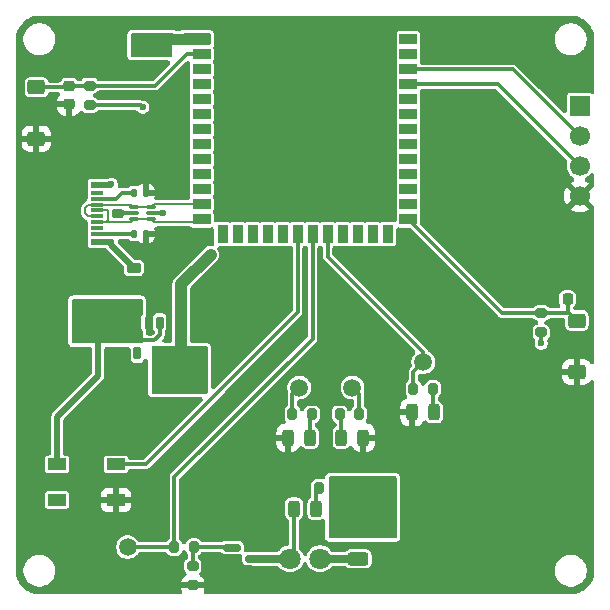
<source format=gbr>
%TF.GenerationSoftware,KiCad,Pcbnew,9.0.3*%
%TF.CreationDate,2025-09-08T02:13:57+08:00*%
%TF.ProjectId,IR_AC,49525f41-432e-46b6-9963-61645f706362,rev?*%
%TF.SameCoordinates,Original*%
%TF.FileFunction,Copper,L1,Top*%
%TF.FilePolarity,Positive*%
%FSLAX46Y46*%
G04 Gerber Fmt 4.6, Leading zero omitted, Abs format (unit mm)*
G04 Created by KiCad (PCBNEW 9.0.3) date 2025-09-08 02:13:57*
%MOMM*%
%LPD*%
G01*
G04 APERTURE LIST*
G04 Aperture macros list*
%AMRoundRect*
0 Rectangle with rounded corners*
0 $1 Rounding radius*
0 $2 $3 $4 $5 $6 $7 $8 $9 X,Y pos of 4 corners*
0 Add a 4 corners polygon primitive as box body*
4,1,4,$2,$3,$4,$5,$6,$7,$8,$9,$2,$3,0*
0 Add four circle primitives for the rounded corners*
1,1,$1+$1,$2,$3*
1,1,$1+$1,$4,$5*
1,1,$1+$1,$6,$7*
1,1,$1+$1,$8,$9*
0 Add four rect primitives between the rounded corners*
20,1,$1+$1,$2,$3,$4,$5,0*
20,1,$1+$1,$4,$5,$6,$7,0*
20,1,$1+$1,$6,$7,$8,$9,0*
20,1,$1+$1,$8,$9,$2,$3,0*%
G04 Aperture macros list end*
%TA.AperFunction,ComponentPad*%
%ADD10O,1.800000X1.200000*%
%TD*%
%TA.AperFunction,ComponentPad*%
%ADD11O,2.000000X1.100000*%
%TD*%
%TA.AperFunction,SMDPad,CuDef*%
%ADD12R,1.100000X0.550000*%
%TD*%
%TA.AperFunction,SMDPad,CuDef*%
%ADD13R,1.100000X0.300000*%
%TD*%
%TA.AperFunction,ComponentPad*%
%ADD14C,0.800000*%
%TD*%
%TA.AperFunction,SMDPad,CuDef*%
%ADD15RoundRect,0.227500X0.382500X-0.227500X0.382500X0.227500X-0.382500X0.227500X-0.382500X-0.227500X0*%
%TD*%
%TA.AperFunction,SMDPad,CuDef*%
%ADD16RoundRect,0.243750X0.243750X0.456250X-0.243750X0.456250X-0.243750X-0.456250X0.243750X-0.456250X0*%
%TD*%
%TA.AperFunction,SMDPad,CuDef*%
%ADD17RoundRect,0.200000X-0.200000X-0.275000X0.200000X-0.275000X0.200000X0.275000X-0.200000X0.275000X0*%
%TD*%
%TA.AperFunction,SMDPad,CuDef*%
%ADD18RoundRect,0.200000X0.200000X0.275000X-0.200000X0.275000X-0.200000X-0.275000X0.200000X-0.275000X0*%
%TD*%
%TA.AperFunction,SMDPad,CuDef*%
%ADD19RoundRect,0.243750X-0.243750X-0.456250X0.243750X-0.456250X0.243750X0.456250X-0.243750X0.456250X0*%
%TD*%
%TA.AperFunction,SMDPad,CuDef*%
%ADD20RoundRect,0.155000X0.155000X0.395000X-0.155000X0.395000X-0.155000X-0.395000X0.155000X-0.395000X0*%
%TD*%
%TA.AperFunction,SMDPad,CuDef*%
%ADD21RoundRect,0.250000X0.250000X0.475000X-0.250000X0.475000X-0.250000X-0.475000X0.250000X-0.475000X0*%
%TD*%
%TA.AperFunction,SMDPad,CuDef*%
%ADD22RoundRect,0.135000X0.135000X0.185000X-0.135000X0.185000X-0.135000X-0.185000X0.135000X-0.185000X0*%
%TD*%
%TA.AperFunction,SMDPad,CuDef*%
%ADD23RoundRect,0.150000X-0.587500X-0.150000X0.587500X-0.150000X0.587500X0.150000X-0.587500X0.150000X0*%
%TD*%
%TA.AperFunction,SMDPad,CuDef*%
%ADD24RoundRect,0.200000X0.275000X-0.200000X0.275000X0.200000X-0.275000X0.200000X-0.275000X-0.200000X0*%
%TD*%
%TA.AperFunction,SMDPad,CuDef*%
%ADD25RoundRect,0.250000X0.625000X-0.312500X0.625000X0.312500X-0.625000X0.312500X-0.625000X-0.312500X0*%
%TD*%
%TA.AperFunction,HeatsinkPad*%
%ADD26C,0.600000*%
%TD*%
%TA.AperFunction,HeatsinkPad*%
%ADD27R,3.900000X3.900000*%
%TD*%
%TA.AperFunction,SMDPad,CuDef*%
%ADD28R,1.500000X0.900000*%
%TD*%
%TA.AperFunction,SMDPad,CuDef*%
%ADD29R,0.900000X1.500000*%
%TD*%
%TA.AperFunction,SMDPad,CuDef*%
%ADD30RoundRect,0.250000X0.500000X-0.365000X0.500000X0.365000X-0.500000X0.365000X-0.500000X-0.365000X0*%
%TD*%
%TA.AperFunction,ComponentPad*%
%ADD31C,1.500000*%
%TD*%
%TA.AperFunction,SMDPad,CuDef*%
%ADD32RoundRect,0.225000X-0.225000X-0.250000X0.225000X-0.250000X0.225000X0.250000X-0.225000X0.250000X0*%
%TD*%
%TA.AperFunction,ComponentPad*%
%ADD33C,1.800000*%
%TD*%
%TA.AperFunction,ComponentPad*%
%ADD34C,1.700000*%
%TD*%
%TA.AperFunction,ComponentPad*%
%ADD35R,1.700000X1.700000*%
%TD*%
%TA.AperFunction,SMDPad,CuDef*%
%ADD36RoundRect,0.225000X-0.250000X0.225000X-0.250000X-0.225000X0.250000X-0.225000X0.250000X0.225000X0*%
%TD*%
%TA.AperFunction,SMDPad,CuDef*%
%ADD37RoundRect,0.200000X-0.275000X0.200000X-0.275000X-0.200000X0.275000X-0.200000X0.275000X0.200000X0*%
%TD*%
%TA.AperFunction,SMDPad,CuDef*%
%ADD38RoundRect,0.140000X0.170000X-0.140000X0.170000X0.140000X-0.170000X0.140000X-0.170000X-0.140000X0*%
%TD*%
%TA.AperFunction,SMDPad,CuDef*%
%ADD39R,1.500000X1.000000*%
%TD*%
%TA.AperFunction,SMDPad,CuDef*%
%ADD40RoundRect,0.075000X-0.350000X0.075000X-0.350000X-0.075000X0.350000X-0.075000X0.350000X0.075000X0*%
%TD*%
%TA.AperFunction,ViaPad*%
%ADD41C,0.600000*%
%TD*%
%TA.AperFunction,ViaPad*%
%ADD42C,1.000000*%
%TD*%
%TA.AperFunction,Conductor*%
%ADD43C,0.300000*%
%TD*%
%TA.AperFunction,Conductor*%
%ADD44C,1.000000*%
%TD*%
%TA.AperFunction,Conductor*%
%ADD45C,0.200000*%
%TD*%
%TA.AperFunction,Conductor*%
%ADD46C,0.500000*%
%TD*%
%TA.AperFunction,Conductor*%
%ADD47C,0.700000*%
%TD*%
G04 APERTURE END LIST*
D10*
%TO.P,J1,14,SHELL*%
%TO.N,GND*%
X-22380000Y-15070000D03*
D11*
X-18170000Y-15070000D03*
D10*
%TO.P,J1,13,SHELL*%
X-22380000Y-6430000D03*
D11*
X-18170000Y-6430000D03*
D12*
%TO.P,J1,12,GND*%
X-17620000Y-13950000D03*
%TO.P,J1,11,VBUS*%
%TO.N,/V_BUS*%
X-17620000Y-13150000D03*
D13*
%TO.P,J1,10,CC2*%
%TO.N,/CC2*%
X-17620000Y-12500000D03*
%TO.P,J1,9,SBU1*%
%TO.N,unconnected-(J1-SBU1-Pad9)*%
X-17620000Y-12000000D03*
%TO.P,J1,8,DP2*%
%TO.N,D+*%
X-17620000Y-11500000D03*
%TO.P,J1,7,DN1*%
%TO.N,D-*%
X-17620000Y-11000000D03*
%TO.P,J1,6,DP1*%
%TO.N,D+*%
X-17620000Y-10500000D03*
%TO.P,J1,5,DN2*%
%TO.N,D-*%
X-17620000Y-10000000D03*
%TO.P,J1,4,CC1*%
%TO.N,/CC1*%
X-17620000Y-9500000D03*
%TO.P,J1,3,SBU2*%
%TO.N,unconnected-(J1-SBU2-Pad3)*%
X-17620000Y-9000000D03*
D12*
%TO.P,J1,2,VBUS*%
%TO.N,/V_BUS*%
X-17620000Y-8350000D03*
%TO.P,J1,1,GND*%
%TO.N,GND*%
X-17620000Y-7550000D03*
D14*
%TO.P,J1,*%
X-18700000Y-13640000D03*
X-18700000Y-7860000D03*
%TD*%
D15*
%TO.P,D1,2,A*%
%TO.N,/V_BUS*%
X-14500000Y-15360000D03*
%TO.P,D1,1,K*%
%TO.N,VDC*%
X-14500000Y-18640000D03*
%TD*%
D16*
%TO.P,D2,1,K*%
%TO.N,GND*%
X4937500Y-29750000D03*
%TO.P,D2,2,A*%
%TO.N,Net-(D2-A)*%
X3062500Y-29750000D03*
%TD*%
D17*
%TO.P,R1,1*%
%TO.N,Net-(D2-A)*%
X2925000Y-27750000D03*
%TO.P,R1,2*%
%TO.N,+3V3*%
X4575000Y-27750000D03*
%TD*%
D18*
%TO.P,R2,2*%
%TO.N,VDC*%
X-1075000Y-27750000D03*
%TO.P,R2,1*%
%TO.N,Net-(D3-A)*%
X575000Y-27750000D03*
%TD*%
D19*
%TO.P,D3,2,A*%
%TO.N,Net-(D3-A)*%
X437500Y-29750000D03*
%TO.P,D3,1,K*%
%TO.N,GND*%
X-1437500Y-29750000D03*
%TD*%
D20*
%TO.P,U1,1,VIN*%
%TO.N,VDC*%
X-12300000Y-20000000D03*
%TO.P,U1,2,GND*%
%TO.N,GND*%
X-13250000Y-20000000D03*
%TO.P,U1,3,EN*%
%TO.N,VDC*%
X-14200000Y-20000000D03*
%TO.P,U1,4,NC*%
%TO.N,unconnected-(U1-NC-Pad4)*%
X-14200000Y-22600000D03*
%TO.P,U1,5,VOUT*%
%TO.N,+3V3*%
X-12300000Y-22600000D03*
%TD*%
D21*
%TO.P,C3,1*%
%TO.N,+3V3*%
X-12300000Y-24300000D03*
%TO.P,C3,2*%
%TO.N,GND*%
X-14200000Y-24300000D03*
%TD*%
%TO.P,C2,1*%
%TO.N,VDC*%
X-18850000Y-19000000D03*
%TO.P,C2,2*%
%TO.N,GND*%
X-20750000Y-19000000D03*
%TD*%
D22*
%TO.P,R4,2*%
%TO.N,/CC2*%
X-14510000Y-12500000D03*
%TO.P,R4,1*%
%TO.N,GND*%
X-13490000Y-12500000D03*
%TD*%
%TO.P,R3,2*%
%TO.N,/CC1*%
X-14510000Y-9000000D03*
%TO.P,R3,1*%
%TO.N,GND*%
X-13490000Y-9000000D03*
%TD*%
D23*
%TO.P,Q1,3,S*%
%TO.N,GND*%
X-6187500Y-40950000D03*
%TO.P,Q1,2,G*%
%TO.N,Net-(Q1-G)*%
X-6187500Y-39050000D03*
%TO.P,Q1,1,D*%
%TO.N,Net-(D6-K)*%
X-4312500Y-40000000D03*
%TD*%
D24*
%TO.P,R11,1*%
%TO.N,GND*%
X-9500000Y-42250000D03*
%TO.P,R11,2*%
%TO.N,Net-(Q1-G)*%
X-9500000Y-40600000D03*
%TD*%
D18*
%TO.P,R10,1*%
%TO.N,Net-(Q1-G)*%
X-9425000Y-39000000D03*
%TO.P,R10,2*%
%TO.N,IR_LED_DRIVE*%
X-11075000Y-39000000D03*
%TD*%
D25*
%TO.P,R8,1*%
%TO.N,Net-(D6-A)*%
X4500000Y-40000000D03*
%TO.P,R8,2*%
%TO.N,VDC*%
X4500000Y-37075000D03*
%TD*%
D26*
%TO.P,U3,41,GND*%
%TO.N,GND*%
X-100000Y-3160000D03*
X-100000Y-1760000D03*
X-800000Y-3860000D03*
X-800000Y-2460000D03*
X-800000Y-1060000D03*
X-1500000Y-3160000D03*
D27*
X-1500000Y-2460000D03*
D26*
X-1500000Y-1760000D03*
X-2200000Y-3860000D03*
X-2200000Y-2460000D03*
X-2200000Y-1060000D03*
X-2900000Y-3160000D03*
X-2900000Y-1760000D03*
D28*
%TO.P,U3,40,GND*%
X8750000Y5260000D03*
%TO.P,U3,39,IO1*%
%TO.N,unconnected-(U3-IO1-Pad39)*%
X8750000Y3990000D03*
%TO.P,U3,38,IO2*%
%TO.N,unconnected-(U3-IO2-Pad38)*%
X8750000Y2720000D03*
%TO.P,U3,37,TXD0*%
%TO.N,TX*%
X8750000Y1450000D03*
%TO.P,U3,36,RXD0*%
%TO.N,RX*%
X8750000Y180000D03*
%TO.P,U3,35,IO42*%
%TO.N,unconnected-(U3-IO42-Pad35)*%
X8750000Y-1090000D03*
%TO.P,U3,34,IO41*%
%TO.N,unconnected-(U3-IO41-Pad34)*%
X8750000Y-2360000D03*
%TO.P,U3,33,IO40*%
%TO.N,unconnected-(U3-IO40-Pad33)*%
X8750000Y-3630000D03*
%TO.P,U3,32,IO39*%
%TO.N,unconnected-(U3-IO39-Pad32)*%
X8750000Y-4900000D03*
%TO.P,U3,31,IO38*%
%TO.N,unconnected-(U3-IO38-Pad31)*%
X8750000Y-6170000D03*
%TO.P,U3,30,IO37*%
%TO.N,unconnected-(U3-IO37-Pad30)*%
X8750000Y-7440000D03*
%TO.P,U3,29,IO36*%
%TO.N,unconnected-(U3-IO36-Pad29)*%
X8750000Y-8710000D03*
%TO.P,U3,28,IO35*%
%TO.N,unconnected-(U3-IO35-Pad28)*%
X8750000Y-9980000D03*
%TO.P,U3,27,IO0*%
%TO.N,BOOT*%
X8750000Y-11250000D03*
D29*
%TO.P,U3,26,IO45*%
%TO.N,unconnected-(U3-IO45-Pad26)*%
X6985000Y-12500000D03*
%TO.P,U3,25,IO48*%
%TO.N,unconnected-(U3-IO48-Pad25)*%
X5715000Y-12500000D03*
%TO.P,U3,24,IO47*%
%TO.N,unconnected-(U3-IO47-Pad24)*%
X4445000Y-12500000D03*
%TO.P,U3,23,IO21*%
%TO.N,unconnected-(U3-IO21-Pad23)*%
X3175000Y-12500000D03*
%TO.P,U3,22,IO14*%
%TO.N,DEBUG*%
X1905000Y-12500000D03*
%TO.P,U3,21,IO13*%
%TO.N,IR_LED_DRIVE*%
X635000Y-12500000D03*
%TO.P,U3,20,IO12*%
%TO.N,LED_STATUS*%
X-635000Y-12500000D03*
%TO.P,U3,19,IO11*%
%TO.N,unconnected-(U3-IO11-Pad19)*%
X-1905000Y-12500000D03*
%TO.P,U3,18,IO10*%
%TO.N,unconnected-(U3-IO10-Pad18)*%
X-3175000Y-12500000D03*
%TO.P,U3,17,IO9*%
%TO.N,unconnected-(U3-IO9-Pad17)*%
X-4445000Y-12500000D03*
%TO.P,U3,16,IO46*%
%TO.N,unconnected-(U3-IO46-Pad16)*%
X-5715000Y-12500000D03*
%TO.P,U3,15,IO3*%
%TO.N,unconnected-(U3-IO3-Pad15)*%
X-6985000Y-12500000D03*
D28*
%TO.P,U3,14,USB_D+*%
%TO.N,D+*%
X-8750000Y-11250000D03*
%TO.P,U3,13,USB_D-*%
%TO.N,D-*%
X-8750000Y-9980000D03*
%TO.P,U3,12,IO8*%
%TO.N,unconnected-(U3-IO8-Pad12)*%
X-8750000Y-8710000D03*
%TO.P,U3,11,IO18*%
%TO.N,unconnected-(U3-IO18-Pad11)*%
X-8750000Y-7440000D03*
%TO.P,U3,10,IO17*%
%TO.N,unconnected-(U3-IO17-Pad10)*%
X-8750000Y-6170000D03*
%TO.P,U3,9,IO16*%
%TO.N,unconnected-(U3-IO16-Pad9)*%
X-8750000Y-4900000D03*
%TO.P,U3,8,IO15*%
%TO.N,unconnected-(U3-IO15-Pad8)*%
X-8750000Y-3630000D03*
%TO.P,U3,7,IO7*%
%TO.N,unconnected-(U3-IO7-Pad7)*%
X-8750000Y-2360000D03*
%TO.P,U3,6,IO6*%
%TO.N,unconnected-(U3-IO6-Pad6)*%
X-8750000Y-1090000D03*
%TO.P,U3,5,IO5*%
%TO.N,unconnected-(U3-IO5-Pad5)*%
X-8750000Y180000D03*
%TO.P,U3,4,IO4*%
%TO.N,unconnected-(U3-IO4-Pad4)*%
X-8750000Y1450000D03*
%TO.P,U3,3,EN*%
%TO.N,EN*%
X-8750000Y2720000D03*
%TO.P,U3,2,3V3*%
%TO.N,+3V3*%
X-8750000Y3990000D03*
%TO.P,U3,1,GND*%
%TO.N,GND*%
X-8750000Y5260000D03*
%TD*%
D30*
%TO.P,SW2,1,1*%
%TO.N,GND*%
X23000000Y-24180000D03*
%TO.P,SW2,2,2*%
%TO.N,BOOT*%
X23000000Y-19820000D03*
%TD*%
D31*
%TO.P,TP4,1,1*%
%TO.N,IR_LED_DRIVE*%
X-15000000Y-39000000D03*
%TD*%
D32*
%TO.P,C7,2*%
%TO.N,GND*%
X23775000Y-18000000D03*
%TO.P,C7,1*%
%TO.N,BOOT*%
X22225000Y-18000000D03*
%TD*%
D21*
%TO.P,C1,2*%
%TO.N,GND*%
X-20750000Y-21000000D03*
%TO.P,C1,1*%
%TO.N,VDC*%
X-18850000Y-21000000D03*
%TD*%
D31*
%TO.P,TP2,1,1*%
%TO.N,VDC*%
X-500000Y-25500000D03*
%TD*%
D33*
%TO.P,D6,2,A*%
%TO.N,Net-(D6-A)*%
X1270000Y-40000000D03*
%TO.P,D6,1,K*%
%TO.N,Net-(D6-K)*%
X-1270000Y-40000000D03*
%TD*%
D31*
%TO.P,TP1,1,1*%
%TO.N,+3V3*%
X4000000Y-25500000D03*
%TD*%
D34*
%TO.P,J2,4,Pin_4*%
%TO.N,GND*%
X23250000Y-9290000D03*
%TO.P,J2,3,Pin_3*%
%TO.N,RX*%
X23250000Y-6750000D03*
%TO.P,J2,2,Pin_2*%
%TO.N,TX*%
X23250000Y-4210000D03*
D35*
%TO.P,J2,1,Pin_1*%
%TO.N,+3V3*%
X23250000Y-1670000D03*
%TD*%
D19*
%TO.P,D5,2,A*%
%TO.N,Net-(D5-A)*%
X10937500Y-27587500D03*
%TO.P,D5,1,K*%
%TO.N,GND*%
X9062500Y-27587500D03*
%TD*%
D36*
%TO.P,C6,2*%
%TO.N,GND*%
X-20000000Y-1525000D03*
%TO.P,C6,1*%
%TO.N,EN*%
X-20000000Y25000D03*
%TD*%
D31*
%TO.P,TP3,1,1*%
%TO.N,DEBUG*%
X10000000Y-23337500D03*
%TD*%
D19*
%TO.P,D7,2,A*%
%TO.N,Net-(D7-A)*%
X937500Y-35750000D03*
%TO.P,D7,1,K*%
%TO.N,Net-(D6-K)*%
X-937500Y-35750000D03*
%TD*%
D17*
%TO.P,R9,2*%
%TO.N,VDC*%
X2825000Y-34000000D03*
%TO.P,R9,1*%
%TO.N,Net-(D7-A)*%
X1175000Y-34000000D03*
%TD*%
D37*
%TO.P,R6,2*%
%TO.N,+3V3*%
X-18250000Y-1575000D03*
%TO.P,R6,1*%
%TO.N,EN*%
X-18250000Y75000D03*
%TD*%
D38*
%TO.P,C5,2*%
%TO.N,GND*%
X-10750000Y5000000D03*
%TO.P,C5,1*%
%TO.N,+3V3*%
X-10750000Y4040000D03*
%TD*%
D21*
%TO.P,C4,2*%
%TO.N,GND*%
X-15950000Y3500000D03*
%TO.P,C4,1*%
%TO.N,+3V3*%
X-14050000Y3500000D03*
%TD*%
D37*
%TO.P,R7,2*%
%TO.N,+3V3*%
X20000000Y-20825000D03*
%TO.P,R7,1*%
%TO.N,BOOT*%
X20000000Y-19175000D03*
%TD*%
D18*
%TO.P,R5,2*%
%TO.N,DEBUG*%
X9175000Y-25587500D03*
%TO.P,R5,1*%
%TO.N,Net-(D5-A)*%
X10825000Y-25587500D03*
%TD*%
D39*
%TO.P,U2,4,DIN*%
%TO.N,LED_STATUS*%
X-16000000Y-32000000D03*
%TO.P,U2,3,GND*%
%TO.N,GND*%
X-16000000Y-35000000D03*
%TO.P,U2,2,DOU*%
%TO.N,unconnected-(U2-DOU-Pad2)*%
X-21000000Y-35000000D03*
%TO.P,U2,1,VDD*%
%TO.N,VDC*%
X-21000000Y-32000000D03*
%TD*%
D30*
%TO.P,SW1,2,2*%
%TO.N,EN*%
X-22750000Y-70000D03*
%TO.P,SW1,1,1*%
%TO.N,GND*%
X-22750000Y-4430000D03*
%TD*%
D40*
%TO.P,D4,1,D-*%
%TO.N,D-*%
X-13030000Y-10250000D03*
X-14470000Y-10250000D03*
%TO.P,D4,2,D+*%
%TO.N,D+*%
X-13030000Y-11250000D03*
X-14470000Y-11250000D03*
%TO.P,D4,3,GND*%
%TO.N,GND*%
X-14470000Y-10750000D03*
%TO.P,D4,4,VCC*%
%TO.N,/V_BUS*%
X-13030000Y-10750000D03*
%TD*%
D41*
%TO.N,GND*%
X-7750000Y-17750000D03*
X-7750000Y-18750000D03*
X-8750000Y-17750000D03*
X-8750000Y-18750000D03*
D42*
%TO.N,+3V3*%
X-8000000Y-14250000D03*
D41*
X-13750000Y-1750000D03*
%TO.N,GND*%
X-17000000Y-37000000D03*
X-16000000Y-37000000D03*
X-15000000Y-37000000D03*
X-11250000Y-40500000D03*
X-11250000Y-41500000D03*
X-11250000Y-42500000D03*
X-1500000Y-32000000D03*
X-2750000Y-32000000D03*
X7500000Y-30000000D03*
X8750000Y-30000000D03*
X7500000Y-31250000D03*
X8750000Y-31250000D03*
X5750000Y-14750000D03*
X7000000Y-14750000D03*
X5750000Y-16000000D03*
X7000000Y-16000000D03*
X17000000Y-24750000D03*
X18250000Y-24750000D03*
X17000000Y-26000000D03*
X18250000Y-26000000D03*
X20250000Y-12000000D03*
X21500000Y-12000000D03*
X20250000Y-13250000D03*
X21500000Y-13250000D03*
X-14250000Y-6750000D03*
X-15500000Y-6750000D03*
X-13000000Y-6750000D03*
X-13000000Y-5750000D03*
X-14250000Y-5750000D03*
X-15500000Y-5750000D03*
X-18000000Y-16750000D03*
X-19250000Y-16750000D03*
X-23000000Y-21750000D03*
X-23000000Y-19250000D03*
X-23000000Y-18000000D03*
X-23000000Y-20500000D03*
X-21750000Y-16750000D03*
X-20500000Y-16750000D03*
X-23000000Y-16750000D03*
X-23000000Y-8750000D03*
X-20500000Y-8750000D03*
X-21750000Y-8750000D03*
X-23000000Y-9750000D03*
X-20500000Y-9750000D03*
X-21750000Y-9750000D03*
X-23000000Y-12750000D03*
X-20500000Y-12750000D03*
X-21750000Y-12750000D03*
X-23000000Y-11750000D03*
X-20500000Y-11750000D03*
X-21750000Y-11750000D03*
X-23000000Y-10750000D03*
X-21750000Y-10750000D03*
X-20500000Y-10750000D03*
X-5000000Y-9000000D03*
X-2000000Y-9000000D03*
X3000000Y-9000000D03*
X5000000Y-9000000D03*
X-4101377Y-9005221D03*
X4000000Y-9000000D03*
X1000000Y-9000000D03*
X2000000Y-9000000D03*
X-1000000Y-9000000D03*
X0Y-9000000D03*
X-3000000Y-9000000D03*
X6000000Y-8000000D03*
X6000000Y-6000000D03*
X6000000Y-9000000D03*
X6000000Y-3000000D03*
X6000000Y-5000000D03*
X5994779Y101377D03*
X6000000Y2000000D03*
X6000000Y-4000000D03*
X6000000Y-2000000D03*
X6000000Y-7000000D03*
X6000000Y1000000D03*
X6000000Y-1000000D03*
X-6000000Y1000000D03*
X-6000000Y2000000D03*
X-6000000Y-2000000D03*
X-6000000Y-7000000D03*
X-6000000Y-9000000D03*
X-6005221Y101377D03*
X-6000000Y-8000000D03*
X-6000000Y-5000000D03*
X-6000000Y-6000000D03*
X-6000000Y-3000000D03*
X-6000000Y-4000000D03*
X-6000000Y-1000000D03*
X-6000000Y3000000D03*
X-5000000Y3000000D03*
X-2000000Y3000000D03*
X-4101377Y2994779D03*
X-3000000Y3000000D03*
X-1000000Y3000000D03*
X6000000Y3000000D03*
X5000000Y3000000D03*
X4000000Y3000000D03*
X3000000Y3000000D03*
X2000000Y3000000D03*
X1000000Y3000000D03*
X0Y3000000D03*
X-13000000Y-17750000D03*
X-12000000Y-17750000D03*
X-12000000Y-18750000D03*
X-13000000Y-18750000D03*
%TO.N,+3V3*%
X20000000Y-21750000D03*
%TO.N,GND*%
X10500000Y2750000D03*
X11750000Y2750000D03*
X10500000Y4000000D03*
X11750000Y4000000D03*
X11750000Y5250000D03*
X10500000Y5250000D03*
X-12500000Y5250000D03*
X-13750000Y5250000D03*
X-15000000Y5250000D03*
X-17500000Y5250000D03*
%TO.N,+3V3*%
X-11750000Y3000000D03*
X-12750000Y3000000D03*
X-11750000Y4000000D03*
X-12750000Y4000000D03*
X-9250000Y-23500000D03*
X-9250000Y-24250000D03*
X-10500000Y-25000000D03*
%TO.N,VDC*%
X4500000Y-35750000D03*
X5500000Y-35750000D03*
X6500000Y-35750000D03*
X4500000Y-34750000D03*
X5500000Y-34750000D03*
X6500000Y-34750000D03*
X6500000Y-33750000D03*
X5500000Y-33750000D03*
X4500000Y-33750000D03*
X-17500000Y-21000000D03*
X-16500000Y-21000000D03*
X-17500000Y-20250000D03*
X-16500000Y-20250000D03*
X-17500000Y-19500000D03*
X-16500000Y-19500000D03*
X-16500000Y-18750000D03*
X-17500000Y-18750000D03*
%TO.N,+3V3*%
X-9250000Y-25000000D03*
X-10500000Y-24250000D03*
X-10500000Y-23500000D03*
X-10500000Y-22750000D03*
X-9250000Y-22750000D03*
%TO.N,/V_BUS*%
X-16400000Y-13200000D03*
X-16400000Y-8300000D03*
%TO.N,GND*%
X-12500000Y-12500000D03*
X-12500000Y-9000000D03*
X-4000000Y-42500000D03*
X-8000000Y-40500000D03*
X-8000000Y-41500000D03*
X-8000000Y-42500000D03*
X-7000000Y-42500000D03*
X-5967067Y-42494018D03*
X-5000000Y-42500000D03*
%TO.N,/V_BUS*%
X-12000000Y-10750000D03*
%TO.N,GND*%
X-15500000Y-10750000D03*
X-17500000Y4000000D03*
X-16250000Y5250000D03*
X-17500000Y2750000D03*
%TD*%
D43*
%TO.N,/V_BUS*%
X-13030000Y-10750000D02*
X-12000000Y-10750000D01*
D44*
%TO.N,+3V3*%
X-8000000Y-14250000D02*
X-10500000Y-16750000D01*
X-10500000Y-16750000D02*
X-10500000Y-22750000D01*
D45*
%TO.N,D-*%
X-17537500Y-11000000D02*
X-18339500Y-11000000D01*
X-18339500Y-10000000D02*
X-17537500Y-10000000D01*
X-18339500Y-11000000D02*
X-18600000Y-10739500D01*
X-18600000Y-10739500D02*
X-18600000Y-10260500D01*
X-18600000Y-10260500D02*
X-18339500Y-10000000D01*
X-17537500Y-10000000D02*
X-17517500Y-9980000D01*
X-14470000Y-10250000D02*
X-13030000Y-10250000D01*
%TO.N,D+*%
X-14470000Y-11250000D02*
X-13030000Y-11250000D01*
D43*
%TO.N,+3V3*%
X-13925000Y-1575000D02*
X-13750000Y-1750000D01*
X-18250000Y-1575000D02*
X-13925000Y-1575000D01*
%TO.N,RX*%
X23250000Y-6750000D02*
X16320000Y180000D01*
X16320000Y180000D02*
X8750000Y180000D01*
%TO.N,TX*%
X23250000Y-4210000D02*
X17590000Y1450000D01*
X17590000Y1450000D02*
X8750000Y1450000D01*
D46*
%TO.N,VDC*%
X-21000000Y-28000000D02*
X-17500000Y-24500000D01*
X-17500000Y-24500000D02*
X-17500000Y-21000000D01*
X-21000000Y-32000000D02*
X-21000000Y-28000000D01*
D43*
%TO.N,+3V3*%
X20000000Y-20825000D02*
X20000000Y-21750000D01*
%TO.N,IR_LED_DRIVE*%
X-11075000Y-39000000D02*
X-11075000Y-33075000D01*
X-11075000Y-33075000D02*
X635000Y-21365000D01*
X635000Y-21365000D02*
X635000Y-12500000D01*
%TO.N,LED_STATUS*%
X-16000000Y-32000000D02*
X-13500000Y-32000000D01*
X-13500000Y-32000000D02*
X-635000Y-19135000D01*
X-635000Y-19135000D02*
X-635000Y-12500000D01*
%TO.N,DEBUG*%
X10000000Y-23337500D02*
X10000000Y-22500000D01*
X10000000Y-22500000D02*
X1905000Y-14405000D01*
%TO.N,Net-(D2-A)*%
X3062500Y-29750000D02*
X3062500Y-27887500D01*
X3062500Y-27887500D02*
X2925000Y-27750000D01*
%TO.N,Net-(D3-A)*%
X437500Y-29750000D02*
X437500Y-27887500D01*
X437500Y-27887500D02*
X575000Y-27750000D01*
%TO.N,VDC*%
X-1075000Y-27750000D02*
X-1075000Y-26075000D01*
X-1075000Y-26075000D02*
X-500000Y-25500000D01*
%TO.N,+3V3*%
X4575000Y-27750000D02*
X4575000Y-26075000D01*
X4575000Y-26075000D02*
X4000000Y-25500000D01*
%TO.N,DEBUG*%
X1905000Y-14405000D02*
X1905000Y-12500000D01*
%TO.N,Net-(D5-A)*%
X10825000Y-25587500D02*
X10825000Y-27475000D01*
X10825000Y-27475000D02*
X10937500Y-27587500D01*
%TO.N,DEBUG*%
X9175000Y-25587500D02*
X9175000Y-24162500D01*
X9175000Y-24162500D02*
X10000000Y-23337500D01*
%TO.N,IR_LED_DRIVE*%
X-11075000Y-39000000D02*
X-15000000Y-39000000D01*
%TO.N,VDC*%
X-12300000Y-20000000D02*
X-12300000Y-21050000D01*
X-12300000Y-21050000D02*
X-12750000Y-21500000D01*
X-12750000Y-21500000D02*
X-13750000Y-21500000D01*
X-13750000Y-21500000D02*
X-14200000Y-21050000D01*
X-14200000Y-21050000D02*
X-14200000Y-20000000D01*
D46*
%TO.N,/V_BUS*%
X-16400000Y-13200000D02*
X-16400000Y-13460000D01*
X-16400000Y-13460000D02*
X-14500000Y-15360000D01*
X-16400000Y-13200000D02*
X-17570000Y-13200000D01*
X-16450000Y-8350000D02*
X-16400000Y-8300000D01*
X-17620000Y-8350000D02*
X-16450000Y-8350000D01*
X-17570000Y-13200000D02*
X-17620000Y-13150000D01*
D43*
%TO.N,Net-(Q1-G)*%
X-9500000Y-40600000D02*
X-9500000Y-39075000D01*
X-9500000Y-39075000D02*
X-9425000Y-39000000D01*
X-9425000Y-39000000D02*
X-6237500Y-39000000D01*
X-6237500Y-39000000D02*
X-6187500Y-39050000D01*
%TO.N,Net-(D7-A)*%
X937500Y-35750000D02*
X937500Y-34237500D01*
X937500Y-34237500D02*
X1175000Y-34000000D01*
%TO.N,/CC2*%
X-14510000Y-12500000D02*
X-17620000Y-12500000D01*
%TO.N,/CC1*%
X-15500000Y-9000000D02*
X-16000000Y-9500000D01*
X-14510000Y-9000000D02*
X-15500000Y-9000000D01*
X-16000000Y-9500000D02*
X-17620000Y-9500000D01*
%TO.N,BOOT*%
X20000000Y-19175000D02*
X16675000Y-19175000D01*
X16675000Y-19175000D02*
X8750000Y-11250000D01*
D47*
%TO.N,Net-(D6-A)*%
X1270000Y-40000000D02*
X4500000Y-40000000D01*
D43*
%TO.N,Net-(D6-K)*%
X-937500Y-35750000D02*
X-937500Y-39667500D01*
X-937500Y-39667500D02*
X-1270000Y-40000000D01*
D47*
X-1270000Y-40000000D02*
X-4312500Y-40000000D01*
D43*
%TO.N,EN*%
X-18250000Y75000D02*
X-12675000Y75000D01*
X-10030000Y2720000D02*
X-8750000Y2720000D01*
X-12675000Y75000D02*
X-10030000Y2720000D01*
X-20000000Y25000D02*
X-18300000Y25000D01*
X-18300000Y25000D02*
X-18250000Y75000D01*
X-22750000Y-70000D02*
X-20095000Y-70000D01*
X-20095000Y-70000D02*
X-20000000Y25000D01*
D45*
%TO.N,D+*%
X-13030000Y-11250000D02*
X-12780000Y-11500000D01*
X-12780000Y-11500000D02*
X-9000000Y-11500000D01*
%TO.N,D-*%
X-13030000Y-10250000D02*
X-12760000Y-9980000D01*
X-12760000Y-9980000D02*
X-8750000Y-9980000D01*
%TO.N,D+*%
X-14470000Y-11250000D02*
X-14720000Y-11500000D01*
X-14720000Y-11500000D02*
X-16835500Y-11500000D01*
%TO.N,D-*%
X-14470000Y-10250000D02*
X-14720000Y-10000000D01*
X-14720000Y-10000000D02*
X-17620000Y-10000000D01*
D43*
%TO.N,GND*%
X-14470000Y-10750000D02*
X-15500000Y-10750000D01*
%TO.N,BOOT*%
X22225000Y-18000000D02*
X22225000Y-19045000D01*
X22225000Y-19045000D02*
X22355000Y-19175000D01*
X20000000Y-19175000D02*
X22355000Y-19175000D01*
X22355000Y-19175000D02*
X23000000Y-19820000D01*
D45*
%TO.N,D+*%
X-17537500Y-11500000D02*
X-16835500Y-11500000D01*
X-16735500Y-10500000D02*
X-17537500Y-10500000D01*
X-16686500Y-10549000D02*
X-16735500Y-10500000D01*
X-16835500Y-11500000D02*
X-16686500Y-11351000D01*
X-16686500Y-11351000D02*
X-16686500Y-10549000D01*
X-8750000Y-11250000D02*
X-9000000Y-11500000D01*
%TD*%
%TA.AperFunction,Conductor*%
%TO.N,VDC*%
G36*
X-13806961Y-18019685D02*
G01*
X-13761206Y-18072489D01*
X-13750000Y-18124000D01*
X-13750000Y-19264588D01*
X-13769685Y-19331627D01*
X-13774230Y-19338221D01*
X-13812260Y-19389750D01*
X-13812263Y-19389756D01*
X-13857614Y-19519358D01*
X-13857614Y-19519360D01*
X-13860500Y-19550132D01*
X-13860500Y-20449867D01*
X-13857614Y-20480639D01*
X-13857614Y-20480641D01*
X-13834938Y-20545442D01*
X-13812263Y-20610245D01*
X-13774229Y-20661778D01*
X-13750259Y-20727406D01*
X-13750000Y-20735411D01*
X-13750000Y-21626000D01*
X-13752550Y-21634685D01*
X-13751262Y-21643647D01*
X-13762240Y-21667687D01*
X-13769685Y-21693039D01*
X-13776525Y-21698966D01*
X-13780287Y-21707203D01*
X-13802521Y-21721492D01*
X-13822489Y-21738794D01*
X-13833003Y-21741081D01*
X-13839065Y-21744977D01*
X-13874000Y-21750000D01*
X-13979004Y-21750000D01*
X-13987239Y-21749614D01*
X-13987240Y-21749635D01*
X-13990125Y-21749500D01*
X-13990136Y-21749500D01*
X-14409864Y-21749500D01*
X-14409875Y-21749500D01*
X-14412760Y-21749635D01*
X-14412760Y-21749614D01*
X-14420996Y-21750000D01*
X-19626000Y-21750000D01*
X-19693039Y-21730315D01*
X-19738794Y-21677511D01*
X-19750000Y-21626000D01*
X-19750000Y-18124000D01*
X-19730315Y-18056961D01*
X-19677511Y-18011206D01*
X-19626000Y-18000000D01*
X-13874000Y-18000000D01*
X-13806961Y-18019685D01*
G37*
%TD.AperFunction*%
%TD*%
%TA.AperFunction,Conductor*%
%TO.N,+3V3*%
G36*
X-8306961Y-22019685D02*
G01*
X-8261206Y-22072489D01*
X-8250000Y-22124000D01*
X-8250000Y-25876000D01*
X-8269685Y-25943039D01*
X-8322489Y-25988794D01*
X-8374000Y-26000000D01*
X-12876000Y-26000000D01*
X-12943039Y-25980315D01*
X-12988794Y-25927511D01*
X-13000000Y-25876000D01*
X-13000000Y-22124000D01*
X-12980315Y-22056961D01*
X-12927511Y-22011206D01*
X-12876000Y-22000000D01*
X-8374000Y-22000000D01*
X-8306961Y-22019685D01*
G37*
%TD.AperFunction*%
%TD*%
%TA.AperFunction,Conductor*%
%TO.N,VDC*%
G36*
X7693039Y-33019685D02*
G01*
X7738794Y-33072489D01*
X7750000Y-33124000D01*
X7750000Y-38126000D01*
X7730315Y-38193039D01*
X7677511Y-38238794D01*
X7626000Y-38250000D01*
X2124000Y-38250000D01*
X2056961Y-38230315D01*
X2011206Y-38177511D01*
X2000000Y-38126000D01*
X2000000Y-33124000D01*
X2019685Y-33056961D01*
X2072489Y-33011206D01*
X2124000Y-33000000D01*
X7626000Y-33000000D01*
X7693039Y-33019685D01*
G37*
%TD.AperFunction*%
%TD*%
%TA.AperFunction,Conductor*%
%TO.N,+3V3*%
G36*
X-11147789Y4480315D02*
G01*
X-11141199Y4475773D01*
X-11128157Y4466148D01*
X-11128155Y4466147D01*
X-11002826Y4422291D01*
X-11002814Y4422289D01*
X-10973070Y4419500D01*
X-10973066Y4419500D01*
X-10526930Y4419500D01*
X-10497185Y4422289D01*
X-10497173Y4422291D01*
X-10371844Y4466147D01*
X-10358806Y4475770D01*
X-10293177Y4499741D01*
X-10285172Y4500000D01*
X-8124000Y4500000D01*
X-8056961Y4480315D01*
X-8011206Y4427511D01*
X-8000000Y4376000D01*
X-8000000Y3624000D01*
X-8019685Y3556961D01*
X-8072489Y3511206D01*
X-8124000Y3500000D01*
X-11250000Y3500000D01*
X-11250000Y2624000D01*
X-11269685Y2556961D01*
X-11322489Y2511206D01*
X-11374000Y2500000D01*
X-14626000Y2500000D01*
X-14693039Y2519685D01*
X-14738794Y2572489D01*
X-14750000Y2624000D01*
X-14750000Y4376000D01*
X-14730315Y4443039D01*
X-14677511Y4488794D01*
X-14626000Y4500000D01*
X-11214828Y4500000D01*
X-11147789Y4480315D01*
G37*
%TD.AperFunction*%
%TD*%
%TA.AperFunction,Conductor*%
%TO.N,GND*%
G36*
X22506498Y5999074D02*
G01*
X22531470Y5997437D01*
X22747975Y5983246D01*
X22773781Y5979848D01*
X23004712Y5933914D01*
X23029857Y5927177D01*
X23252825Y5851489D01*
X23276873Y5841528D01*
X23488052Y5737386D01*
X23510596Y5724370D01*
X23706372Y5593556D01*
X23727023Y5577710D01*
X23904053Y5422459D01*
X23922459Y5404053D01*
X24077710Y5227023D01*
X24093556Y5206372D01*
X24224370Y5010596D01*
X24237386Y4988052D01*
X24341528Y4776873D01*
X24351489Y4752825D01*
X24427177Y4529857D01*
X24433914Y4504712D01*
X24479848Y4273781D01*
X24483246Y4247975D01*
X24499074Y4006500D01*
X24499500Y3993484D01*
X24499500Y-413360D01*
X24479793Y-499703D01*
X24424574Y-568944D01*
X24344782Y-607371D01*
X24256218Y-607371D01*
X24216395Y-590218D01*
X24215850Y-591535D01*
X24197742Y-584034D01*
X24154033Y-575340D01*
X24124674Y-569500D01*
X22375326Y-569500D01*
X22346099Y-575313D01*
X22302257Y-584034D01*
X22219398Y-639398D01*
X22164034Y-722257D01*
X22149500Y-795328D01*
X22149500Y-2062679D01*
X22129793Y-2149022D01*
X22074574Y-2218263D01*
X21994782Y-2256690D01*
X21906218Y-2256690D01*
X21826426Y-2218263D01*
X21809786Y-2203393D01*
X19826893Y-220500D01*
X17835913Y1770480D01*
X17744588Y1823207D01*
X17642727Y1850500D01*
X17642726Y1850500D01*
X9928568Y1850500D01*
X9842225Y1870207D01*
X9772984Y1925426D01*
X9742305Y1979449D01*
X9736572Y1994692D01*
X9735966Y1997740D01*
X9734730Y1999588D01*
X9728954Y2014949D01*
X9723412Y2055651D01*
X9716530Y2096157D01*
X9717386Y2099909D01*
X9717006Y2102703D01*
X9720446Y2113315D01*
X9731365Y2161155D01*
X9735962Y2172255D01*
X9735966Y2172260D01*
X9750500Y2245326D01*
X9750500Y3194674D01*
X9735966Y3267740D01*
X9735961Y3267746D01*
X9731365Y3278845D01*
X9716530Y3366157D01*
X9731365Y3431155D01*
X9735962Y3442255D01*
X9735966Y3442260D01*
X9750500Y3515326D01*
X9750500Y4106286D01*
X21149500Y4106286D01*
X21149500Y3893713D01*
X21182752Y3683765D01*
X21182756Y3683748D01*
X21248441Y3481592D01*
X21248445Y3481581D01*
X21344947Y3292187D01*
X21469893Y3120210D01*
X21620210Y2969893D01*
X21792187Y2844947D01*
X21981581Y2748445D01*
X21981592Y2748441D01*
X22183748Y2682756D01*
X22183765Y2682752D01*
X22393713Y2649500D01*
X22606287Y2649500D01*
X22816234Y2682752D01*
X22816241Y2682753D01*
X22816243Y2682754D01*
X22816244Y2682754D01*
X22816251Y2682756D01*
X23018407Y2748441D01*
X23018418Y2748445D01*
X23207812Y2844947D01*
X23207816Y2844949D01*
X23298071Y2910523D01*
X23379789Y2969893D01*
X23530106Y3120210D01*
X23584206Y3194674D01*
X23655051Y3292184D01*
X23731518Y3442259D01*
X23751554Y3481581D01*
X23751558Y3481592D01*
X23769865Y3537933D01*
X23817246Y3683757D01*
X23850500Y3893713D01*
X23850500Y4106287D01*
X23817246Y4316243D01*
X23751557Y4518412D01*
X23655051Y4707816D01*
X23530104Y4879792D01*
X23379792Y5030104D01*
X23207816Y5155051D01*
X23018412Y5251557D01*
X22816243Y5317246D01*
X22606287Y5350500D01*
X22393713Y5350500D01*
X22183757Y5317246D01*
X21981588Y5251557D01*
X21981584Y5251555D01*
X21981581Y5251554D01*
X21892907Y5206372D01*
X21792184Y5155051D01*
X21684424Y5076759D01*
X21620210Y5030106D01*
X21469893Y4879789D01*
X21415920Y4805500D01*
X21344949Y4707816D01*
X21344947Y4707812D01*
X21248445Y4518418D01*
X21248441Y4518407D01*
X21182756Y4316251D01*
X21182752Y4316234D01*
X21149500Y4106286D01*
X9750500Y4106286D01*
X9750500Y4464674D01*
X9735966Y4537740D01*
X9680601Y4620601D01*
X9670171Y4627570D01*
X9597742Y4675965D01*
X9597741Y4675965D01*
X9597740Y4675966D01*
X9524674Y4690500D01*
X7975326Y4690500D01*
X7902260Y4675966D01*
X7902259Y4675965D01*
X7902257Y4675965D01*
X7819398Y4620601D01*
X7764034Y4537742D01*
X7760189Y4518412D01*
X7749500Y4464674D01*
X7749500Y3515326D01*
X7758338Y3470894D01*
X7764034Y3442259D01*
X7768636Y3431150D01*
X7783469Y3343837D01*
X7768636Y3278850D01*
X7764034Y3267740D01*
X7749500Y3194674D01*
X7749500Y2245326D01*
X7755992Y2212688D01*
X7764034Y2172259D01*
X7768636Y2161150D01*
X7783469Y2073837D01*
X7768636Y2008850D01*
X7764034Y1997740D01*
X7749500Y1924674D01*
X7749500Y1924671D01*
X7749500Y975328D01*
X7764034Y902259D01*
X7768636Y891150D01*
X7783469Y803837D01*
X7768636Y738850D01*
X7764034Y727740D01*
X7749500Y654674D01*
X7749500Y-294674D01*
X7755684Y-325763D01*
X7764034Y-367740D01*
X7768636Y-378850D01*
X7783469Y-466163D01*
X7768636Y-531150D01*
X7764034Y-542259D01*
X7760074Y-562167D01*
X7749500Y-615326D01*
X7749500Y-1564674D01*
X7756512Y-1599926D01*
X7764034Y-1637740D01*
X7768636Y-1648850D01*
X7783469Y-1736163D01*
X7768636Y-1801150D01*
X7764034Y-1812259D01*
X7764034Y-1812260D01*
X7749500Y-1885326D01*
X7749500Y-2834674D01*
X7764033Y-2907736D01*
X7764034Y-2907740D01*
X7768636Y-2918850D01*
X7783469Y-3006163D01*
X7768636Y-3071150D01*
X7764034Y-3082259D01*
X7764034Y-3082260D01*
X7749500Y-3155326D01*
X7749500Y-4104674D01*
X7753223Y-4123389D01*
X7764034Y-4177740D01*
X7768636Y-4188850D01*
X7783469Y-4276163D01*
X7768636Y-4341150D01*
X7764034Y-4352259D01*
X7764034Y-4352260D01*
X7749500Y-4425326D01*
X7749500Y-5374674D01*
X7752015Y-5387317D01*
X7764034Y-5447740D01*
X7768636Y-5458850D01*
X7783469Y-5546163D01*
X7768636Y-5611150D01*
X7764034Y-5622259D01*
X7764034Y-5622260D01*
X7749500Y-5695326D01*
X7749500Y-6644674D01*
X7753223Y-6663389D01*
X7764034Y-6717740D01*
X7768636Y-6728850D01*
X7783469Y-6816163D01*
X7768636Y-6881150D01*
X7764034Y-6892259D01*
X7764034Y-6892260D01*
X7749500Y-6965326D01*
X7749500Y-7914674D01*
X7750541Y-7919906D01*
X7764034Y-7987740D01*
X7768636Y-7998850D01*
X7783469Y-8086163D01*
X7768636Y-8151150D01*
X7764034Y-8162259D01*
X7764034Y-8162260D01*
X7749500Y-8235326D01*
X7749500Y-9184674D01*
X7759567Y-9235282D01*
X7764034Y-9257740D01*
X7768636Y-9268850D01*
X7783469Y-9356163D01*
X7768636Y-9421150D01*
X7764034Y-9432259D01*
X7764034Y-9432260D01*
X7749500Y-9505326D01*
X7749500Y-10454674D01*
X7755576Y-10485218D01*
X7764034Y-10527740D01*
X7768636Y-10538850D01*
X7783469Y-10626163D01*
X7768636Y-10691150D01*
X7764034Y-10702259D01*
X7749500Y-10775328D01*
X7749500Y-11314668D01*
X7729793Y-11401011D01*
X7674574Y-11470252D01*
X7594782Y-11508679D01*
X7511678Y-11509844D01*
X7459674Y-11499500D01*
X6510326Y-11499500D01*
X6470812Y-11507360D01*
X6437259Y-11514034D01*
X6426150Y-11518636D01*
X6338837Y-11533469D01*
X6273850Y-11518636D01*
X6262740Y-11514034D01*
X6189674Y-11499500D01*
X5240326Y-11499500D01*
X5200812Y-11507360D01*
X5167259Y-11514034D01*
X5156150Y-11518636D01*
X5068837Y-11533469D01*
X5003850Y-11518636D01*
X4992740Y-11514034D01*
X4919674Y-11499500D01*
X3970326Y-11499500D01*
X3930812Y-11507360D01*
X3897259Y-11514034D01*
X3886150Y-11518636D01*
X3798837Y-11533469D01*
X3733850Y-11518636D01*
X3722740Y-11514034D01*
X3649674Y-11499500D01*
X2700326Y-11499500D01*
X2660812Y-11507360D01*
X2627259Y-11514034D01*
X2616150Y-11518636D01*
X2528837Y-11533469D01*
X2463850Y-11518636D01*
X2452740Y-11514034D01*
X2379674Y-11499500D01*
X1430326Y-11499500D01*
X1390812Y-11507360D01*
X1357259Y-11514034D01*
X1346150Y-11518636D01*
X1258837Y-11533469D01*
X1193850Y-11518636D01*
X1182740Y-11514034D01*
X1109674Y-11499500D01*
X160326Y-11499500D01*
X120812Y-11507360D01*
X87259Y-11514034D01*
X76150Y-11518636D01*
X-11163Y-11533469D01*
X-76150Y-11518636D01*
X-87259Y-11514034D01*
X-120812Y-11507360D01*
X-160326Y-11499500D01*
X-1109674Y-11499500D01*
X-1182740Y-11514034D01*
X-1193850Y-11518636D01*
X-1281163Y-11533469D01*
X-1346150Y-11518636D01*
X-1357259Y-11514034D01*
X-1390812Y-11507360D01*
X-1430326Y-11499500D01*
X-2379674Y-11499500D01*
X-2452740Y-11514034D01*
X-2463850Y-11518636D01*
X-2551163Y-11533469D01*
X-2616150Y-11518636D01*
X-2627259Y-11514034D01*
X-2660812Y-11507360D01*
X-2700326Y-11499500D01*
X-3649674Y-11499500D01*
X-3722740Y-11514034D01*
X-3733850Y-11518636D01*
X-3821163Y-11533469D01*
X-3886150Y-11518636D01*
X-3897259Y-11514034D01*
X-3930812Y-11507360D01*
X-3970326Y-11499500D01*
X-4919674Y-11499500D01*
X-4992740Y-11514034D01*
X-5003850Y-11518636D01*
X-5091163Y-11533469D01*
X-5156150Y-11518636D01*
X-5167259Y-11514034D01*
X-5200812Y-11507360D01*
X-5240326Y-11499500D01*
X-6189674Y-11499500D01*
X-6262740Y-11514034D01*
X-6273850Y-11518636D01*
X-6361163Y-11533469D01*
X-6426150Y-11518636D01*
X-6437259Y-11514034D01*
X-6470812Y-11507360D01*
X-6510326Y-11499500D01*
X-7459674Y-11499500D01*
X-7511678Y-11509844D01*
X-7600206Y-11507360D01*
X-7678890Y-11466711D01*
X-7732144Y-11395948D01*
X-7749500Y-11314668D01*
X-7749500Y-10775328D01*
X-7764034Y-10702259D01*
X-7768636Y-10691150D01*
X-7783469Y-10603837D01*
X-7768636Y-10538850D01*
X-7764034Y-10527740D01*
X-7755576Y-10485218D01*
X-7749500Y-10454674D01*
X-7749500Y-9505326D01*
X-7764034Y-9432260D01*
X-7764033Y-9432260D01*
X-7764034Y-9432259D01*
X-7768636Y-9421150D01*
X-7783469Y-9333837D01*
X-7768636Y-9268850D01*
X-7764034Y-9257740D01*
X-7759567Y-9235282D01*
X-7749500Y-9184674D01*
X-7749500Y-8235326D01*
X-7764034Y-8162260D01*
X-7764033Y-8162260D01*
X-7764034Y-8162259D01*
X-7768636Y-8151150D01*
X-7783469Y-8063837D01*
X-7768636Y-7998850D01*
X-7764034Y-7987740D01*
X-7750541Y-7919906D01*
X-7749500Y-7914674D01*
X-7749500Y-6965326D01*
X-7764034Y-6892260D01*
X-7764033Y-6892260D01*
X-7764034Y-6892259D01*
X-7768636Y-6881150D01*
X-7783469Y-6793837D01*
X-7768636Y-6728850D01*
X-7764034Y-6717740D01*
X-7753223Y-6663389D01*
X-7749500Y-6644674D01*
X-7749500Y-5695326D01*
X-7764034Y-5622260D01*
X-7764033Y-5622260D01*
X-7764034Y-5622259D01*
X-7768636Y-5611150D01*
X-7783469Y-5523837D01*
X-7768636Y-5458850D01*
X-7764034Y-5447740D01*
X-7752015Y-5387317D01*
X-7749500Y-5374674D01*
X-7749500Y-4425326D01*
X-7764034Y-4352260D01*
X-7764033Y-4352260D01*
X-7764034Y-4352259D01*
X-7768636Y-4341150D01*
X-7783469Y-4253837D01*
X-7768636Y-4188850D01*
X-7764034Y-4177740D01*
X-7753223Y-4123389D01*
X-7749500Y-4104674D01*
X-7749500Y-3155326D01*
X-7764034Y-3082260D01*
X-7764033Y-3082260D01*
X-7764034Y-3082259D01*
X-7768636Y-3071150D01*
X-7783469Y-2983837D01*
X-7768636Y-2918850D01*
X-7764034Y-2907740D01*
X-7764033Y-2907736D01*
X-7749500Y-2834674D01*
X-7749500Y-1885326D01*
X-7764034Y-1812260D01*
X-7764033Y-1812260D01*
X-7764034Y-1812259D01*
X-7768636Y-1801150D01*
X-7783469Y-1713837D01*
X-7768636Y-1648850D01*
X-7764034Y-1637740D01*
X-7756512Y-1599926D01*
X-7749500Y-1564674D01*
X-7749500Y-615326D01*
X-7760074Y-562167D01*
X-7764034Y-542259D01*
X-7768636Y-531150D01*
X-7783469Y-443837D01*
X-7768636Y-378850D01*
X-7764034Y-367740D01*
X-7755684Y-325763D01*
X-7749500Y-294674D01*
X-7749500Y654674D01*
X-7764034Y727740D01*
X-7768636Y738850D01*
X-7783469Y826163D01*
X-7768636Y891150D01*
X-7764034Y902259D01*
X-7749500Y975328D01*
X-7749500Y1924671D01*
X-7749500Y1924674D01*
X-7764034Y1997740D01*
X-7768636Y2008850D01*
X-7783469Y2096163D01*
X-7768636Y2161150D01*
X-7764034Y2172259D01*
X-7755992Y2212688D01*
X-7749500Y2245326D01*
X-7749500Y3194674D01*
X-7749499Y3194674D01*
X-7767857Y3286964D01*
X-7764168Y3287697D01*
X-7773349Y3341718D01*
X-7752048Y3420763D01*
X-7726563Y3470883D01*
X-7726559Y3470894D01*
X-7706875Y3537929D01*
X-7706874Y3537933D01*
X-7694500Y3623996D01*
X-7694500Y4375994D01*
X-7694500Y4376000D01*
X-7697649Y4405289D01*
X-7701481Y4440939D01*
X-7701482Y4440940D01*
X-7706645Y4464671D01*
X-7712688Y4492452D01*
X-7712688Y4492454D01*
X-7712691Y4492465D01*
X-7712693Y4492475D01*
X-7723643Y4530653D01*
X-7723645Y4530656D01*
X-7780324Y4627570D01*
X-7780326Y4627573D01*
X-7826081Y4680377D01*
X-7826085Y4680381D01*
X-7870809Y4722551D01*
X-7877264Y4725833D01*
X-7970889Y4773439D01*
X-8037928Y4793124D01*
X-8037930Y4793124D01*
X-8037933Y4793125D01*
X-8075442Y4798518D01*
X-8123997Y4805499D01*
X-8123998Y4805500D01*
X-8124000Y4805500D01*
X-10285172Y4805500D01*
X-10295051Y4805340D01*
X-10303056Y4805081D01*
X-10397988Y4786699D01*
X-10434289Y4773440D01*
X-10463608Y4762732D01*
X-10463609Y4762730D01*
X-10463617Y4762728D01*
X-10476735Y4755679D01*
X-10505195Y4743146D01*
X-10522041Y4737251D01*
X-10525148Y4736165D01*
X-10590867Y4725000D01*
X-10909133Y4725000D01*
X-10974857Y4736167D01*
X-10997167Y4743974D01*
X-11017013Y4752145D01*
X-11039235Y4762730D01*
X-11061717Y4773439D01*
X-11128756Y4793124D01*
X-11128759Y4793124D01*
X-11128761Y4793125D01*
X-11166270Y4798518D01*
X-11214825Y4805499D01*
X-11214826Y4805500D01*
X-11214828Y4805500D01*
X-14626000Y4805500D01*
X-14690941Y4798518D01*
X-14742452Y4787312D01*
X-14742468Y4787307D01*
X-14742475Y4787306D01*
X-14780653Y4776356D01*
X-14780654Y4776355D01*
X-14780658Y4776354D01*
X-14877571Y4719675D01*
X-14928013Y4675966D01*
X-14930377Y4673918D01*
X-14930381Y4673914D01*
X-14972551Y4629190D01*
X-14972551Y4629188D01*
X-14972553Y4629187D01*
X-15023439Y4529111D01*
X-15043124Y4462072D01*
X-15055500Y4376000D01*
X-15055500Y2624000D01*
X-15048518Y2559059D01*
X-15037312Y2507548D01*
X-15037308Y2507534D01*
X-15037306Y2507524D01*
X-15026356Y2469346D01*
X-15026354Y2469343D01*
X-15026354Y2469342D01*
X-14969675Y2372429D01*
X-14969673Y2372426D01*
X-14923918Y2319622D01*
X-14923914Y2319618D01*
X-14879190Y2277448D01*
X-14779111Y2226561D01*
X-14779105Y2226559D01*
X-14712070Y2206875D01*
X-14712066Y2206874D01*
X-14626003Y2194500D01*
X-11602321Y2194500D01*
X-11515978Y2174793D01*
X-11446737Y2119574D01*
X-11408310Y2039782D01*
X-11408310Y1951218D01*
X-11446737Y1871426D01*
X-11461607Y1854786D01*
X-12782607Y533786D01*
X-12857595Y486667D01*
X-12923321Y475500D01*
X-17462608Y475500D01*
X-17548951Y495207D01*
X-17618192Y550426D01*
X-17622723Y556330D01*
X-17652849Y597150D01*
X-17762114Y677790D01*
X-17762118Y677793D01*
X-17890301Y722646D01*
X-17920734Y725500D01*
X-18579266Y725500D01*
X-18609699Y722646D01*
X-18737882Y677793D01*
X-18847150Y597150D01*
X-18891295Y537335D01*
X-18914177Y506331D01*
X-18917060Y503849D01*
X-18918709Y500426D01*
X-18950494Y475077D01*
X-18981306Y448562D01*
X-18984976Y447578D01*
X-18987950Y445207D01*
X-19027590Y436159D01*
X-19066851Y425639D01*
X-19074293Y425500D01*
X-19187792Y425500D01*
X-19274135Y445207D01*
X-19343376Y500426D01*
X-19347100Y505244D01*
X-19383005Y553207D01*
X-19410313Y589687D01*
X-19494283Y652546D01*
X-19519772Y671627D01*
X-19519773Y671627D01*
X-19519774Y671628D01*
X-19647886Y719412D01*
X-19704515Y725500D01*
X-20295484Y725499D01*
X-20295488Y725499D01*
X-20327844Y722020D01*
X-20352114Y719412D01*
X-20480226Y671628D01*
X-20553200Y617000D01*
X-20589686Y589688D01*
X-20589688Y589686D01*
X-20616996Y553206D01*
X-20671628Y480226D01*
X-20679188Y459957D01*
X-20727826Y385945D01*
X-20803761Y340366D01*
X-20865641Y330500D01*
X-21590892Y330500D01*
X-21677235Y350207D01*
X-21746476Y405426D01*
X-21777345Y459956D01*
X-21806204Y537331D01*
X-21806207Y537335D01*
X-21892453Y652546D01*
X-21986094Y722645D01*
X-22007669Y738796D01*
X-22142517Y789091D01*
X-22202127Y795500D01*
X-23297872Y795499D01*
X-23297876Y795499D01*
X-23337612Y791227D01*
X-23357483Y789091D01*
X-23492331Y738796D01*
X-23607546Y652546D01*
X-23693796Y537331D01*
X-23744091Y402483D01*
X-23750500Y342873D01*
X-23750499Y-220500D01*
X-23750499Y-482876D01*
X-23749711Y-490207D01*
X-23744091Y-542483D01*
X-23693796Y-677331D01*
X-23607546Y-792546D01*
X-23492331Y-878796D01*
X-23357483Y-929091D01*
X-23297873Y-935500D01*
X-22202128Y-935499D01*
X-22202123Y-935499D01*
X-22152452Y-930159D01*
X-22142517Y-929091D01*
X-22007669Y-878796D01*
X-21965546Y-847263D01*
X-21892453Y-792546D01*
X-21806207Y-677335D01*
X-21806202Y-677328D01*
X-21777346Y-599958D01*
X-21728709Y-525946D01*
X-21652775Y-480366D01*
X-21590893Y-470500D01*
X-20926234Y-470500D01*
X-20839891Y-490207D01*
X-20770650Y-545426D01*
X-20732223Y-625218D01*
X-20732223Y-713782D01*
X-20770650Y-793574D01*
X-20785520Y-810214D01*
X-20822569Y-847263D01*
X-20911548Y-991519D01*
X-20964854Y-1152387D01*
X-20975000Y-1251693D01*
X-20975000Y-1275000D01*
X-20199000Y-1275000D01*
X-20177142Y-1279989D01*
X-20154718Y-1279989D01*
X-20134516Y-1289717D01*
X-20112657Y-1294707D01*
X-20095125Y-1308688D01*
X-20074926Y-1318416D01*
X-20060946Y-1335946D01*
X-20043416Y-1349926D01*
X-20033688Y-1370125D01*
X-20019707Y-1387657D01*
X-20014717Y-1409516D01*
X-20004989Y-1429718D01*
X-20000000Y-1474000D01*
X-20000000Y-1525000D01*
X-19949000Y-1525000D01*
X-19862657Y-1544707D01*
X-19793416Y-1599926D01*
X-19754989Y-1679718D01*
X-19750000Y-1724000D01*
X-19750000Y-2474999D01*
X-19701687Y-2474999D01*
X-19701680Y-2474998D01*
X-19602394Y-2464856D01*
X-19602389Y-2464855D01*
X-19441519Y-2411548D01*
X-19297263Y-2322569D01*
X-19177429Y-2202735D01*
X-19142891Y-2146741D01*
X-19080790Y-2083600D01*
X-18997442Y-2053656D01*
X-18909356Y-2062841D01*
X-18855350Y-2091098D01*
X-18847150Y-2097149D01*
X-18847150Y-2097150D01*
X-18737882Y-2177793D01*
X-18609699Y-2222646D01*
X-18579266Y-2225500D01*
X-18579261Y-2225500D01*
X-17920739Y-2225500D01*
X-17920734Y-2225500D01*
X-17890301Y-2222646D01*
X-17762118Y-2177793D01*
X-17723134Y-2149022D01*
X-17652849Y-2097150D01*
X-17622723Y-2056330D01*
X-17555595Y-1998561D01*
X-17470049Y-1975639D01*
X-17462608Y-1975500D01*
X-14370362Y-1975500D01*
X-14284019Y-1995207D01*
X-14214778Y-2050426D01*
X-14198024Y-2074997D01*
X-14190509Y-2088015D01*
X-14088015Y-2190509D01*
X-13962485Y-2262984D01*
X-13822475Y-2300500D01*
X-13822472Y-2300500D01*
X-13677528Y-2300500D01*
X-13677525Y-2300500D01*
X-13537515Y-2262984D01*
X-13411985Y-2190509D01*
X-13309491Y-2088015D01*
X-13301976Y-2075000D01*
X-13237016Y-1962485D01*
X-13199500Y-1822477D01*
X-13199500Y-1677522D01*
X-13237016Y-1537514D01*
X-13309490Y-1411985D01*
X-13411985Y-1309490D01*
X-13537514Y-1237016D01*
X-13677522Y-1199500D01*
X-13677525Y-1199500D01*
X-13752773Y-1199500D01*
X-13804278Y-1192719D01*
X-13872273Y-1174500D01*
X-17462608Y-1174500D01*
X-17548951Y-1154793D01*
X-17618192Y-1099574D01*
X-17622723Y-1093670D01*
X-17652849Y-1052849D01*
X-17762114Y-972209D01*
X-17762114Y-972208D01*
X-17806672Y-956616D01*
X-17860356Y-937831D01*
X-17935344Y-890714D01*
X-17982462Y-815725D01*
X-17992378Y-727719D01*
X-17963127Y-644125D01*
X-17900503Y-581502D01*
X-17860358Y-562168D01*
X-17762118Y-527793D01*
X-17762116Y-527791D01*
X-17762114Y-527791D01*
X-17762114Y-527790D01*
X-17652849Y-447150D01*
X-17622723Y-406330D01*
X-17555595Y-348561D01*
X-17470049Y-325639D01*
X-17462608Y-325500D01*
X-12622274Y-325500D01*
X-12622273Y-325500D01*
X-12520412Y-298207D01*
X-12514292Y-294674D01*
X-12429087Y-245480D01*
X-12429085Y-245478D01*
X-10088126Y2095480D01*
X-10013137Y2142599D01*
X-9925131Y2152515D01*
X-9841538Y2123264D01*
X-9778914Y2060640D01*
X-9749663Y1977047D01*
X-9751463Y1934588D01*
X-9749542Y1934399D01*
X-9750500Y1924674D01*
X-9750500Y975326D01*
X-9735966Y902260D01*
X-9735962Y902255D01*
X-9731365Y891155D01*
X-9716530Y803843D01*
X-9731365Y738845D01*
X-9735961Y727746D01*
X-9735966Y727740D01*
X-9750500Y654674D01*
X-9750500Y-294674D01*
X-9735966Y-367740D01*
X-9735961Y-367746D01*
X-9731365Y-378845D01*
X-9716530Y-466157D01*
X-9731365Y-531155D01*
X-9735962Y-542255D01*
X-9735966Y-542260D01*
X-9750500Y-615326D01*
X-9750500Y-1564674D01*
X-9735966Y-1637740D01*
X-9735961Y-1637746D01*
X-9731365Y-1648845D01*
X-9716530Y-1736157D01*
X-9731365Y-1801155D01*
X-9735962Y-1812255D01*
X-9735966Y-1812260D01*
X-9750500Y-1885326D01*
X-9750500Y-2834674D01*
X-9735966Y-2907740D01*
X-9735961Y-2907746D01*
X-9731365Y-2918845D01*
X-9716530Y-3006157D01*
X-9731365Y-3071155D01*
X-9735962Y-3082255D01*
X-9735966Y-3082260D01*
X-9750500Y-3155326D01*
X-9750500Y-4104674D01*
X-9735966Y-4177740D01*
X-9735961Y-4177746D01*
X-9731365Y-4188845D01*
X-9716530Y-4276157D01*
X-9731365Y-4341155D01*
X-9735962Y-4352255D01*
X-9735966Y-4352260D01*
X-9750500Y-4425326D01*
X-9750500Y-5374674D01*
X-9735966Y-5447740D01*
X-9735961Y-5447746D01*
X-9731365Y-5458845D01*
X-9716530Y-5546157D01*
X-9731365Y-5611155D01*
X-9735962Y-5622255D01*
X-9735966Y-5622260D01*
X-9750500Y-5695326D01*
X-9750500Y-6644674D01*
X-9735966Y-6717740D01*
X-9735961Y-6717746D01*
X-9731365Y-6728845D01*
X-9716530Y-6816157D01*
X-9731365Y-6881155D01*
X-9735962Y-6892255D01*
X-9735966Y-6892260D01*
X-9750500Y-6965326D01*
X-9750500Y-7914674D01*
X-9735966Y-7987740D01*
X-9735961Y-7987746D01*
X-9731365Y-7998845D01*
X-9716530Y-8086157D01*
X-9731365Y-8151155D01*
X-9735962Y-8162255D01*
X-9735966Y-8162260D01*
X-9750500Y-8235326D01*
X-9750500Y-9184674D01*
X-9735966Y-9257740D01*
X-9735961Y-9257746D01*
X-9731365Y-9268845D01*
X-9727847Y-9289548D01*
X-9719532Y-9308829D01*
X-9721460Y-9327137D01*
X-9716530Y-9356157D01*
X-9723217Y-9397316D01*
X-9730516Y-9424103D01*
X-9735966Y-9432260D01*
X-9744693Y-9476133D01*
X-9746514Y-9482816D01*
X-9764186Y-9515915D01*
X-9779511Y-9550162D01*
X-9784902Y-9554714D01*
X-9788227Y-9560941D01*
X-9818510Y-9583094D01*
X-9847177Y-9607301D01*
X-9854010Y-9609063D01*
X-9859706Y-9613230D01*
X-9896599Y-9620049D01*
X-9932933Y-9629422D01*
X-9938514Y-9629500D01*
X-12557841Y-9629500D01*
X-12644184Y-9609793D01*
X-12713425Y-9554574D01*
X-12751852Y-9474782D01*
X-12751852Y-9386218D01*
X-12748939Y-9374980D01*
X-12722833Y-9285126D01*
X-12722833Y-9285125D01*
X-12720069Y-9250000D01*
X-13291000Y-9250000D01*
X-13312858Y-9245011D01*
X-13335282Y-9245011D01*
X-13355483Y-9235282D01*
X-13377343Y-9230293D01*
X-13394874Y-9216311D01*
X-13415074Y-9206584D01*
X-13429053Y-9189053D01*
X-13446584Y-9175074D01*
X-13456311Y-9154874D01*
X-13470293Y-9137343D01*
X-13475282Y-9115483D01*
X-13485011Y-9095282D01*
X-13490000Y-9051000D01*
X-13490000Y-9000000D01*
X-13541000Y-9000000D01*
X-13627343Y-8980293D01*
X-13696584Y-8925074D01*
X-13735011Y-8845282D01*
X-13740000Y-8801000D01*
X-13740000Y-8750000D01*
X-13240000Y-8750000D01*
X-12720069Y-8750000D01*
X-12720069Y-8749999D01*
X-12722833Y-8714874D01*
X-12722833Y-8714872D01*
X-12767594Y-8560804D01*
X-12849264Y-8422710D01*
X-12962710Y-8309264D01*
X-13100806Y-8227594D01*
X-13100805Y-8227594D01*
X-13240000Y-8187153D01*
X-13240000Y-8750000D01*
X-13740000Y-8750000D01*
X-13740000Y-8187153D01*
X-13879194Y-8227594D01*
X-14017289Y-8309264D01*
X-14092470Y-8384445D01*
X-14167458Y-8431564D01*
X-14255465Y-8441480D01*
X-14261874Y-8440652D01*
X-14338418Y-8429500D01*
X-14681582Y-8429500D01*
X-14756515Y-8440417D01*
X-14756516Y-8440417D01*
X-14872101Y-8496923D01*
X-14916392Y-8541214D01*
X-14991380Y-8588333D01*
X-15057106Y-8599500D01*
X-15552727Y-8599500D01*
X-15605061Y-8613522D01*
X-15693562Y-8616832D01*
X-15774735Y-8581415D01*
X-15832503Y-8514286D01*
X-15855424Y-8428740D01*
X-15850551Y-8385493D01*
X-15851203Y-8385408D01*
X-15849500Y-8372472D01*
X-15849500Y-8227522D01*
X-15887016Y-8087514D01*
X-15959490Y-7961985D01*
X-16061985Y-7859490D01*
X-16187514Y-7787016D01*
X-16327522Y-7749500D01*
X-16327525Y-7749500D01*
X-16472475Y-7749500D01*
X-16472477Y-7749500D01*
X-16612485Y-7787016D01*
X-16674532Y-7822839D01*
X-16681767Y-7825071D01*
X-16687689Y-7829793D01*
X-16723782Y-7838031D01*
X-16759161Y-7848944D01*
X-16774032Y-7849500D01*
X-16907409Y-7849500D01*
X-16952570Y-7840515D01*
X-16953036Y-7842857D01*
X-17045326Y-7824500D01*
X-18194674Y-7824500D01*
X-18221283Y-7829793D01*
X-18267742Y-7839034D01*
X-18350601Y-7894398D01*
X-18405965Y-7977257D01*
X-18405965Y-7977259D01*
X-18405966Y-7977260D01*
X-18420500Y-8050326D01*
X-18420500Y-8649674D01*
X-18410752Y-8698679D01*
X-18410752Y-8776320D01*
X-18420500Y-8825326D01*
X-18420500Y-8825329D01*
X-18420500Y-9174673D01*
X-18413239Y-9211177D01*
X-18409574Y-9257953D01*
X-18410197Y-9273530D01*
X-18420500Y-9325326D01*
X-18420500Y-9531126D01*
X-18420659Y-9535102D01*
X-18431215Y-9574098D01*
X-18440207Y-9613492D01*
X-18442739Y-9616667D01*
X-18443801Y-9620588D01*
X-18470236Y-9651146D01*
X-18495426Y-9682733D01*
X-18500629Y-9686281D01*
X-18501743Y-9687568D01*
X-18503865Y-9688487D01*
X-18519999Y-9699488D01*
X-18554711Y-9719529D01*
X-18554712Y-9719530D01*
X-18880470Y-10045288D01*
X-18909691Y-10095901D01*
X-18911767Y-10099497D01*
X-18911769Y-10099499D01*
X-18921907Y-10117059D01*
X-18926614Y-10125212D01*
X-18950500Y-10214356D01*
X-18950500Y-10785644D01*
X-18929736Y-10863135D01*
X-18929736Y-10863138D01*
X-18926615Y-10874785D01*
X-18926614Y-10874788D01*
X-18880470Y-10954712D01*
X-18554712Y-11280470D01*
X-18554709Y-11280471D01*
X-18554709Y-11280472D01*
X-18520002Y-11300510D01*
X-18511893Y-11308032D01*
X-18501742Y-11312431D01*
X-18479734Y-11337871D01*
X-18455080Y-11360747D01*
X-18451038Y-11371044D01*
X-18443801Y-11379411D01*
X-18436912Y-11407036D01*
X-18422723Y-11443188D01*
X-18420659Y-11464897D01*
X-18420500Y-11468872D01*
X-18420500Y-11674674D01*
X-18410197Y-11726469D01*
X-18409574Y-11742047D01*
X-18413239Y-11761693D01*
X-18413239Y-11788823D01*
X-18420500Y-11825326D01*
X-18420500Y-12174673D01*
X-18413239Y-12211177D01*
X-18413239Y-12288823D01*
X-18420500Y-12325326D01*
X-18420500Y-12674674D01*
X-18410752Y-12723679D01*
X-18410752Y-12801320D01*
X-18420500Y-12850326D01*
X-18420500Y-13449674D01*
X-18405966Y-13522740D01*
X-18405965Y-13522741D01*
X-18405965Y-13522742D01*
X-18350601Y-13605601D01*
X-18267742Y-13660965D01*
X-18267741Y-13660965D01*
X-18267740Y-13660966D01*
X-18194674Y-13675500D01*
X-17755392Y-13675500D01*
X-17703886Y-13682281D01*
X-17635892Y-13700500D01*
X-17504107Y-13700500D01*
X-16949742Y-13700500D01*
X-16863399Y-13720207D01*
X-16809028Y-13758786D01*
X-16800500Y-13767313D01*
X-16800500Y-13767314D01*
X-16098901Y-14468913D01*
X-15418785Y-15149028D01*
X-15371666Y-15224016D01*
X-15360499Y-15289742D01*
X-15360499Y-15633216D01*
X-15354379Y-15690151D01*
X-15306344Y-15818937D01*
X-15223972Y-15928972D01*
X-15113937Y-16011344D01*
X-14985151Y-16059379D01*
X-14928217Y-16065500D01*
X-14071784Y-16065499D01*
X-14071779Y-16065499D01*
X-14014853Y-16059380D01*
X-14014851Y-16059379D01*
X-14014849Y-16059379D01*
X-13886063Y-16011344D01*
X-13886062Y-16011343D01*
X-13886061Y-16011343D01*
X-13776027Y-15928972D01*
X-13693657Y-15818939D01*
X-13645621Y-15690151D01*
X-13645621Y-15690149D01*
X-13645620Y-15690146D01*
X-13639500Y-15633217D01*
X-13639500Y-15633216D01*
X-13639500Y-15086779D01*
X-13645619Y-15029853D01*
X-13645621Y-15029848D01*
X-13693656Y-14901061D01*
X-13776027Y-14791027D01*
X-13886060Y-14708657D01*
X-14014848Y-14660621D01*
X-14014851Y-14660620D01*
X-14048645Y-14656987D01*
X-14071783Y-14654500D01*
X-14071788Y-14654500D01*
X-14415257Y-14654500D01*
X-14501600Y-14634793D01*
X-14555971Y-14596214D01*
X-15791214Y-13360971D01*
X-15808129Y-13334050D01*
X-15828359Y-13309516D01*
X-15831270Y-13297222D01*
X-15838333Y-13285983D01*
X-15849473Y-13223506D01*
X-15849500Y-13221852D01*
X-15849500Y-13127525D01*
X-15851140Y-13121403D01*
X-15851445Y-13102749D01*
X-15844595Y-13070305D01*
X-15841499Y-13037293D01*
X-15835537Y-13027399D01*
X-15833151Y-13016096D01*
X-15812901Y-12989835D01*
X-15795789Y-12961438D01*
X-15786124Y-12955110D01*
X-15779070Y-12945962D01*
X-15749432Y-12931088D01*
X-15721693Y-12912927D01*
X-15708538Y-12910565D01*
X-15699916Y-12906238D01*
X-15682884Y-12905959D01*
X-15652472Y-12900500D01*
X-15057106Y-12900500D01*
X-14970763Y-12920207D01*
X-14916392Y-12958786D01*
X-14872102Y-13003076D01*
X-14756518Y-13059582D01*
X-14681582Y-13070500D01*
X-14338418Y-13070500D01*
X-14261873Y-13059348D01*
X-14173591Y-13066401D01*
X-14097112Y-13111060D01*
X-14092468Y-13115556D01*
X-14017288Y-13190736D01*
X-13879194Y-13272405D01*
X-13740000Y-13312844D01*
X-13240000Y-13312844D01*
X-13100805Y-13272405D01*
X-12962710Y-13190735D01*
X-12849264Y-13077289D01*
X-12767594Y-12939195D01*
X-12722833Y-12785127D01*
X-12722833Y-12785125D01*
X-12720069Y-12750000D01*
X-13240000Y-12750000D01*
X-13240000Y-13312844D01*
X-13740000Y-13312844D01*
X-13740000Y-12699000D01*
X-13735011Y-12677141D01*
X-13735011Y-12654718D01*
X-13725282Y-12634516D01*
X-13720293Y-12612657D01*
X-13706311Y-12595125D01*
X-13696584Y-12574926D01*
X-13679053Y-12560946D01*
X-13665074Y-12543416D01*
X-13644874Y-12533688D01*
X-13627343Y-12519707D01*
X-13605483Y-12514717D01*
X-13585282Y-12504989D01*
X-13541000Y-12500000D01*
X-13490000Y-12500000D01*
X-13490000Y-12449000D01*
X-13470293Y-12362657D01*
X-13415074Y-12293416D01*
X-13335282Y-12254989D01*
X-13291000Y-12250000D01*
X-12720069Y-12250000D01*
X-12720069Y-12249999D01*
X-12722833Y-12214874D01*
X-12722834Y-12214869D01*
X-12754749Y-12105019D01*
X-12759914Y-12016607D01*
X-12726206Y-11934709D01*
X-12660302Y-11875547D01*
X-12575255Y-11850839D01*
X-12563651Y-11850500D01*
X-9786016Y-11850500D01*
X-9699673Y-11870207D01*
X-9675459Y-11884037D01*
X-9597741Y-11935965D01*
X-9597740Y-11935966D01*
X-9524674Y-11950500D01*
X-9524672Y-11950500D01*
X-7975329Y-11950500D01*
X-7975326Y-11950500D01*
X-7923319Y-11940155D01*
X-7834797Y-11942638D01*
X-7756113Y-11983286D01*
X-7702857Y-12054048D01*
X-7685500Y-12135331D01*
X-7685500Y-13274674D01*
X-7684542Y-13284399D01*
X-7687648Y-13284705D01*
X-7689594Y-13354945D01*
X-7730214Y-13433644D01*
X-7800958Y-13486924D01*
X-7887814Y-13504233D01*
X-7921117Y-13500487D01*
X-7926079Y-13499500D01*
X-7926082Y-13499500D01*
X-8073918Y-13499500D01*
X-8121813Y-13509027D01*
X-8218910Y-13528341D01*
X-8218911Y-13528341D01*
X-8218913Y-13528342D01*
X-8258914Y-13544911D01*
X-8355494Y-13584915D01*
X-8355499Y-13584918D01*
X-8366434Y-13592225D01*
X-8378818Y-13600500D01*
X-8436537Y-13639066D01*
X-8478412Y-13667045D01*
X-8478418Y-13667050D01*
X-11082947Y-16271578D01*
X-11082952Y-16271584D01*
X-11132186Y-16345270D01*
X-11165084Y-16394505D01*
X-11221658Y-16531087D01*
X-11221658Y-16531089D01*
X-11250500Y-16676082D01*
X-11250500Y-21495500D01*
X-11270207Y-21581843D01*
X-11325426Y-21651084D01*
X-11405218Y-21689511D01*
X-11449500Y-21694500D01*
X-11897679Y-21694500D01*
X-11984022Y-21674793D01*
X-12053263Y-21619574D01*
X-12091690Y-21539782D01*
X-12091690Y-21451218D01*
X-12053263Y-21371426D01*
X-12038393Y-21354786D01*
X-11979519Y-21295912D01*
X-11926793Y-21204589D01*
X-11913146Y-21153657D01*
X-11899500Y-21102727D01*
X-11899500Y-20997273D01*
X-11899500Y-20805392D01*
X-11879793Y-20719049D01*
X-11841212Y-20664676D01*
X-11812853Y-20636318D01*
X-11754539Y-20521870D01*
X-11754539Y-20521868D01*
X-11742291Y-20444537D01*
X-11739500Y-20426916D01*
X-11739500Y-19573084D01*
X-11750284Y-19504998D01*
X-11754539Y-19478131D01*
X-11754539Y-19478129D01*
X-11812853Y-19363681D01*
X-11903681Y-19272853D01*
X-12018130Y-19214539D01*
X-12113084Y-19199500D01*
X-12486916Y-19199500D01*
X-12581868Y-19214539D01*
X-12581870Y-19214539D01*
X-12696318Y-19272853D01*
X-12787146Y-19363681D01*
X-12845460Y-19478129D01*
X-12845460Y-19478130D01*
X-12845461Y-19478132D01*
X-12860500Y-19573084D01*
X-12860500Y-20426916D01*
X-12845461Y-20521868D01*
X-12787146Y-20636318D01*
X-12760641Y-20662822D01*
X-12748712Y-20681806D01*
X-12732858Y-20697661D01*
X-12725453Y-20718820D01*
X-12713525Y-20737804D01*
X-12711013Y-20760086D01*
X-12703607Y-20781254D01*
X-12706117Y-20803534D01*
X-12703607Y-20825811D01*
X-12711012Y-20846975D01*
X-12713523Y-20869261D01*
X-12725451Y-20888244D01*
X-12732855Y-20909405D01*
X-12760642Y-20944249D01*
X-12857607Y-21041214D01*
X-12932595Y-21088333D01*
X-12998321Y-21099500D01*
X-13245500Y-21099500D01*
X-13331843Y-21079793D01*
X-13401084Y-21024574D01*
X-13439511Y-20944782D01*
X-13444500Y-20900500D01*
X-13444500Y-20735414D01*
X-13444659Y-20725538D01*
X-13444919Y-20717529D01*
X-13444919Y-20717528D01*
X-13451121Y-20685499D01*
X-13463300Y-20622597D01*
X-13475285Y-20589783D01*
X-13487271Y-20556965D01*
X-13531303Y-20475007D01*
X-13554806Y-20389619D01*
X-13555000Y-20380827D01*
X-13555000Y-19620407D01*
X-13535293Y-19534064D01*
X-13519849Y-19507473D01*
X-13518147Y-19505003D01*
X-13518146Y-19505000D01*
X-13518144Y-19504998D01*
X-13518141Y-19504993D01*
X-13476564Y-19417706D01*
X-13476560Y-19417696D01*
X-13456874Y-19350654D01*
X-13444500Y-19264591D01*
X-13444500Y-18124005D01*
X-13444500Y-18124000D01*
X-13447124Y-18099591D01*
X-13451481Y-18059060D01*
X-13451482Y-18059059D01*
X-13462691Y-18007534D01*
X-13462693Y-18007524D01*
X-13473643Y-17969346D01*
X-13473645Y-17969343D01*
X-13530324Y-17872429D01*
X-13530326Y-17872426D01*
X-13576081Y-17819622D01*
X-13576085Y-17819618D01*
X-13620809Y-17777448D01*
X-13720888Y-17726561D01*
X-13720894Y-17726559D01*
X-13787929Y-17706875D01*
X-13787933Y-17706874D01*
X-13873996Y-17694500D01*
X-13874000Y-17694500D01*
X-19626000Y-17694500D01*
X-19652392Y-17697337D01*
X-19690939Y-17701481D01*
X-19690941Y-17701482D01*
X-19742452Y-17712688D01*
X-19742454Y-17712688D01*
X-19742465Y-17712691D01*
X-19742475Y-17712693D01*
X-19780653Y-17723643D01*
X-19780656Y-17723645D01*
X-19877570Y-17780324D01*
X-19877573Y-17780326D01*
X-19930377Y-17826081D01*
X-19930381Y-17826085D01*
X-19972551Y-17870809D01*
X-19972553Y-17870813D01*
X-20023439Y-17970889D01*
X-20023440Y-17970894D01*
X-20043124Y-18037929D01*
X-20043125Y-18037933D01*
X-20048051Y-18072199D01*
X-20055500Y-18124000D01*
X-20055500Y-21626000D01*
X-20048518Y-21690941D01*
X-20037312Y-21742452D01*
X-20037308Y-21742465D01*
X-20037306Y-21742475D01*
X-20026356Y-21780653D01*
X-20026355Y-21780654D01*
X-20026354Y-21780658D01*
X-19969675Y-21877571D01*
X-19969673Y-21877573D01*
X-19923918Y-21930377D01*
X-19923914Y-21930381D01*
X-19879190Y-21972551D01*
X-19879188Y-21972551D01*
X-19879187Y-21972553D01*
X-19779111Y-22023439D01*
X-19712072Y-22043124D01*
X-19712067Y-22043124D01*
X-19712066Y-22043125D01*
X-19695329Y-22045531D01*
X-19626003Y-22055499D01*
X-19626003Y-22055500D01*
X-19626000Y-22055500D01*
X-18199500Y-22055500D01*
X-18113157Y-22075207D01*
X-18043916Y-22130426D01*
X-18005489Y-22210218D01*
X-18000500Y-22254500D01*
X-18000500Y-24210258D01*
X-18020207Y-24296601D01*
X-18058786Y-24350972D01*
X-21307314Y-27599500D01*
X-21400500Y-27692686D01*
X-21466392Y-27806814D01*
X-21500500Y-27934108D01*
X-21500500Y-27934110D01*
X-21500500Y-31050500D01*
X-21520207Y-31136843D01*
X-21575426Y-31206084D01*
X-21655218Y-31244511D01*
X-21699500Y-31249500D01*
X-21774674Y-31249500D01*
X-21811207Y-31256767D01*
X-21847742Y-31264034D01*
X-21930601Y-31319398D01*
X-21985965Y-31402257D01*
X-21985965Y-31402258D01*
X-21985966Y-31402260D01*
X-22000500Y-31475326D01*
X-22000500Y-32524674D01*
X-21985966Y-32597740D01*
X-21985965Y-32597741D01*
X-21985965Y-32597742D01*
X-21930601Y-32680601D01*
X-21847742Y-32735965D01*
X-21847741Y-32735965D01*
X-21847740Y-32735966D01*
X-21774674Y-32750500D01*
X-21774672Y-32750500D01*
X-20225328Y-32750500D01*
X-20225326Y-32750500D01*
X-20152260Y-32735966D01*
X-20152259Y-32735965D01*
X-20152257Y-32735965D01*
X-20069398Y-32680601D01*
X-20014034Y-32597742D01*
X-20006662Y-32560677D01*
X-19999500Y-32524674D01*
X-19999500Y-31475326D01*
X-20005576Y-31444782D01*
X-20014034Y-31402257D01*
X-20069398Y-31319398D01*
X-20152257Y-31264034D01*
X-20196099Y-31255313D01*
X-20225326Y-31249500D01*
X-20225328Y-31249500D01*
X-20300500Y-31249500D01*
X-20386843Y-31229793D01*
X-20456084Y-31174574D01*
X-20494511Y-31094782D01*
X-20499500Y-31050500D01*
X-20499500Y-28289742D01*
X-20479793Y-28203399D01*
X-20441214Y-28149028D01*
X-17099502Y-24807317D01*
X-17099500Y-24807315D01*
X-17068768Y-24754086D01*
X-17033608Y-24693186D01*
X-16999500Y-24565892D01*
X-16999500Y-22254500D01*
X-16979793Y-22168157D01*
X-16924574Y-22098916D01*
X-16844782Y-22060489D01*
X-16800500Y-22055500D01*
X-14959500Y-22055500D01*
X-14873157Y-22075207D01*
X-14803916Y-22130426D01*
X-14765489Y-22210218D01*
X-14760500Y-22254500D01*
X-14760500Y-23026916D01*
X-14745461Y-23121868D01*
X-14687146Y-23236318D01*
X-14596318Y-23327146D01*
X-14481868Y-23385461D01*
X-14386916Y-23400500D01*
X-14013084Y-23400500D01*
X-13918132Y-23385461D01*
X-13918130Y-23385460D01*
X-13918129Y-23385460D01*
X-13803681Y-23327146D01*
X-13712856Y-23236321D01*
X-13705908Y-23222685D01*
X-13681809Y-23175388D01*
X-13625053Y-23107406D01*
X-13544418Y-23070780D01*
X-13455877Y-23072767D01*
X-13376966Y-23112973D01*
X-13323315Y-23183436D01*
X-13305500Y-23265735D01*
X-13305500Y-25876000D01*
X-13298518Y-25940941D01*
X-13287312Y-25992452D01*
X-13287308Y-25992465D01*
X-13287306Y-25992475D01*
X-13276356Y-26030653D01*
X-13276355Y-26030654D01*
X-13276354Y-26030658D01*
X-13219675Y-26127571D01*
X-13210824Y-26137785D01*
X-13173918Y-26180377D01*
X-13173914Y-26180381D01*
X-13129190Y-26222551D01*
X-13129188Y-26222551D01*
X-13129187Y-26222553D01*
X-13029111Y-26273439D01*
X-12962072Y-26293124D01*
X-12962067Y-26293124D01*
X-12962066Y-26293125D01*
X-12945329Y-26295531D01*
X-12876003Y-26305499D01*
X-12876003Y-26305500D01*
X-8852321Y-26305500D01*
X-8765978Y-26325207D01*
X-8696737Y-26380426D01*
X-8658310Y-26460218D01*
X-8658310Y-26548782D01*
X-8696737Y-26628574D01*
X-8711607Y-26645214D01*
X-13607607Y-31541214D01*
X-13682595Y-31588333D01*
X-13748321Y-31599500D01*
X-14811486Y-31599500D01*
X-14897829Y-31579793D01*
X-14967070Y-31524574D01*
X-15005497Y-31444782D01*
X-15006662Y-31439323D01*
X-15014034Y-31402258D01*
X-15014034Y-31402257D01*
X-15069398Y-31319398D01*
X-15152257Y-31264034D01*
X-15196099Y-31255313D01*
X-15225326Y-31249500D01*
X-16774674Y-31249500D01*
X-16811207Y-31256767D01*
X-16847742Y-31264034D01*
X-16930601Y-31319398D01*
X-16985965Y-31402257D01*
X-16985965Y-31402258D01*
X-16985966Y-31402260D01*
X-17000500Y-31475326D01*
X-17000500Y-32524674D01*
X-16985966Y-32597740D01*
X-16985965Y-32597741D01*
X-16985965Y-32597742D01*
X-16930601Y-32680601D01*
X-16847742Y-32735965D01*
X-16847741Y-32735965D01*
X-16847740Y-32735966D01*
X-16774674Y-32750500D01*
X-16774672Y-32750500D01*
X-15225328Y-32750500D01*
X-15225326Y-32750500D01*
X-15152260Y-32735966D01*
X-15152259Y-32735965D01*
X-15152257Y-32735965D01*
X-15069398Y-32680601D01*
X-15014034Y-32597742D01*
X-15014034Y-32597741D01*
X-15006662Y-32560677D01*
X-14970489Y-32479838D01*
X-14902823Y-32422699D01*
X-14817067Y-32400578D01*
X-14811486Y-32400500D01*
X-13447274Y-32400500D01*
X-13447273Y-32400500D01*
X-13345412Y-32373207D01*
X-13254087Y-32320480D01*
X-6785512Y-25851905D01*
X-314523Y-19380917D01*
X-314517Y-19380909D01*
X-304574Y-19363686D01*
X-304572Y-19363682D01*
X-261793Y-19289587D01*
X-234500Y-19187727D01*
X-234500Y-13678568D01*
X-214793Y-13592225D01*
X-159574Y-13522984D01*
X-105551Y-13492305D01*
X-90307Y-13486572D01*
X-87260Y-13485966D01*
X-85411Y-13484730D01*
X-70051Y-13478954D01*
X-29348Y-13473412D01*
X11157Y-13466530D01*
X14909Y-13467386D01*
X17703Y-13467006D01*
X28315Y-13470446D01*
X76155Y-13481365D01*
X87255Y-13485963D01*
X87260Y-13485966D01*
X87265Y-13485967D01*
X105369Y-13493466D01*
X104147Y-13496414D01*
X104786Y-13497024D01*
X155153Y-13519558D01*
X212296Y-13587221D01*
X234421Y-13672976D01*
X234500Y-13678568D01*
X234500Y-21116679D01*
X214793Y-21203022D01*
X176214Y-21257393D01*
X-11395480Y-32829087D01*
X-11419568Y-32870809D01*
X-11448207Y-32920412D01*
X-11475500Y-33022273D01*
X-11475500Y-38212608D01*
X-11495207Y-38298951D01*
X-11526248Y-38345357D01*
X-11539885Y-38360587D01*
X-11597150Y-38402850D01*
X-11677793Y-38512118D01*
X-11679218Y-38516191D01*
X-11694492Y-38533249D01*
X-11723143Y-38553536D01*
X-11749757Y-38576439D01*
X-11758979Y-38578910D01*
X-11766771Y-38584427D01*
X-11801387Y-38590273D01*
X-11835302Y-38599361D01*
X-11842744Y-38599500D01*
X-13957946Y-38599500D01*
X-14044289Y-38579793D01*
X-14113530Y-38524574D01*
X-14123408Y-38511059D01*
X-14222858Y-38362222D01*
X-14222864Y-38362214D01*
X-14362214Y-38222864D01*
X-14362222Y-38222858D01*
X-14526083Y-38113369D01*
X-14526090Y-38113365D01*
X-14708163Y-38037949D01*
X-14708167Y-38037948D01*
X-14853464Y-38009046D01*
X-14901459Y-37999500D01*
X-15098541Y-37999500D01*
X-15162389Y-38012200D01*
X-15291832Y-38037948D01*
X-15291836Y-38037949D01*
X-15473909Y-38113365D01*
X-15473916Y-38113369D01*
X-15492824Y-38126003D01*
X-15637782Y-38222861D01*
X-15777139Y-38362218D01*
X-15818367Y-38423920D01*
X-15886630Y-38526083D01*
X-15886634Y-38526090D01*
X-15913219Y-38590273D01*
X-15962051Y-38708165D01*
X-16000500Y-38901459D01*
X-16000500Y-39098541D01*
X-15962051Y-39291835D01*
X-15886632Y-39473914D01*
X-15777139Y-39637782D01*
X-15637782Y-39777139D01*
X-15473914Y-39886632D01*
X-15291835Y-39962051D01*
X-15098541Y-40000500D01*
X-15098540Y-40000500D01*
X-14901460Y-40000500D01*
X-14901459Y-40000500D01*
X-14708165Y-39962051D01*
X-14631962Y-39930487D01*
X-14526090Y-39886634D01*
X-14526083Y-39886630D01*
X-14463691Y-39844941D01*
X-14362218Y-39777139D01*
X-14222861Y-39637782D01*
X-14184264Y-39580017D01*
X-14123408Y-39488941D01*
X-14059052Y-39428098D01*
X-13974671Y-39401204D01*
X-13957946Y-39400500D01*
X-11842744Y-39400500D01*
X-11756401Y-39420207D01*
X-11687160Y-39475426D01*
X-11682629Y-39481330D01*
X-11625775Y-39558364D01*
X-11597150Y-39597150D01*
X-11487882Y-39677793D01*
X-11359699Y-39722646D01*
X-11329266Y-39725500D01*
X-11329261Y-39725500D01*
X-10820739Y-39725500D01*
X-10820734Y-39725500D01*
X-10790301Y-39722646D01*
X-10662118Y-39677793D01*
X-10610399Y-39639623D01*
X-10552849Y-39597150D01*
X-10472209Y-39487885D01*
X-10472208Y-39487884D01*
X-10472207Y-39487882D01*
X-10437831Y-39389641D01*
X-10390714Y-39314656D01*
X-10315726Y-39267537D01*
X-10227719Y-39257621D01*
X-10144126Y-39286872D01*
X-10081502Y-39349496D01*
X-10076108Y-39358610D01*
X-10067807Y-39373528D01*
X-10027793Y-39487882D01*
X-9947150Y-39597150D01*
X-9940744Y-39601877D01*
X-9925608Y-39629080D01*
X-9916705Y-39659651D01*
X-9903969Y-39688843D01*
X-9901957Y-39710293D01*
X-9900846Y-39714111D01*
X-9901328Y-39717002D01*
X-9900500Y-39725840D01*
X-9900500Y-39832256D01*
X-9920207Y-39918599D01*
X-9975426Y-39987840D01*
X-9981330Y-39992371D01*
X-10097150Y-40077849D01*
X-10128413Y-40120210D01*
X-10177793Y-40187118D01*
X-10222646Y-40315301D01*
X-10225500Y-40345734D01*
X-10225500Y-40854266D01*
X-10222646Y-40884699D01*
X-10177793Y-41012882D01*
X-10097150Y-41122150D01*
X-10097142Y-41122155D01*
X-10086904Y-41132395D01*
X-10039784Y-41207383D01*
X-10029866Y-41295389D01*
X-10059114Y-41378983D01*
X-10121737Y-41441609D01*
X-10124664Y-41443413D01*
X-10209875Y-41494925D01*
X-10330076Y-41615126D01*
X-10418016Y-41760596D01*
X-10418018Y-41760602D01*
X-10468592Y-41922897D01*
X-10475000Y-41993415D01*
X-10475000Y-42000000D01*
X-8525001Y-42000000D01*
X-8525001Y-41993425D01*
X-8531409Y-41922893D01*
X-8531409Y-41922891D01*
X-8581981Y-41760602D01*
X-8581983Y-41760596D01*
X-8669923Y-41615126D01*
X-8790122Y-41494927D01*
X-8875336Y-41443413D01*
X-8939031Y-41381878D01*
X-8969719Y-41298802D01*
X-8961323Y-41210638D01*
X-8915505Y-41134847D01*
X-8913098Y-41132399D01*
X-8902850Y-41122151D01*
X-8822209Y-41012885D01*
X-8822208Y-41012884D01*
X-8822207Y-41012882D01*
X-8777354Y-40884699D01*
X-8774500Y-40854266D01*
X-8774500Y-40345734D01*
X-8777354Y-40315301D01*
X-8822207Y-40187118D01*
X-8822208Y-40187116D01*
X-8822209Y-40187114D01*
X-8902849Y-40077849D01*
X-9011564Y-39997615D01*
X-9069333Y-39930487D01*
X-9092255Y-39844941D01*
X-9075790Y-39757922D01*
X-9034660Y-39697339D01*
X-9016941Y-39679480D01*
X-9012118Y-39677793D01*
X-8902850Y-39597150D01*
X-8822207Y-39487882D01*
X-8819681Y-39480665D01*
X-8798522Y-39459339D01*
X-8773076Y-39443210D01*
X-8750243Y-39423561D01*
X-8736091Y-39419769D01*
X-8723719Y-39411927D01*
X-8693798Y-39408436D01*
X-8664698Y-39400639D01*
X-8657256Y-39400500D01*
X-7223320Y-39400500D01*
X-7136977Y-39420207D01*
X-7082605Y-39458787D01*
X-7013342Y-39528050D01*
X-6900304Y-39585646D01*
X-6806519Y-39600500D01*
X-5568482Y-39600499D01*
X-5528715Y-39594201D01*
X-5440354Y-39600159D01*
X-5363327Y-39643866D01*
X-5312893Y-39716666D01*
X-5299039Y-39804139D01*
X-5300138Y-39813892D01*
X-5300496Y-39818461D01*
X-5300500Y-39818481D01*
X-5300499Y-40181518D01*
X-5285646Y-40275304D01*
X-5228050Y-40388342D01*
X-5138342Y-40478050D01*
X-5025304Y-40535646D01*
X-4931519Y-40550500D01*
X-4604362Y-40550499D01*
X-4552857Y-40557280D01*
X-4544284Y-40559577D01*
X-4391557Y-40600500D01*
X-2357204Y-40600500D01*
X-2270861Y-40620207D01*
X-2201620Y-40675426D01*
X-2196210Y-40682531D01*
X-2195319Y-40683757D01*
X-2147553Y-40749501D01*
X-2019501Y-40877553D01*
X-1872994Y-40983996D01*
X-1711639Y-41066211D01*
X-1539409Y-41122171D01*
X-1360546Y-41150500D01*
X-1179454Y-41150500D01*
X-1000591Y-41122171D01*
X-1000585Y-41122169D01*
X-1000581Y-41122168D01*
X-828367Y-41066213D01*
X-828366Y-41066212D01*
X-828361Y-41066211D01*
X-828355Y-41066207D01*
X-828348Y-41066205D01*
X-667011Y-40983999D01*
X-667008Y-40983997D01*
X-667006Y-40983996D01*
X-520499Y-40877553D01*
X-392447Y-40749501D01*
X-286004Y-40602994D01*
X-286003Y-40602992D01*
X-286000Y-40602988D01*
X-203794Y-40441651D01*
X-203786Y-40441632D01*
X-189260Y-40396923D01*
X-143837Y-40320896D01*
X-69924Y-40272107D01*
X17837Y-40260218D01*
X102066Y-40287585D01*
X166080Y-40348788D01*
X189260Y-40396923D01*
X203786Y-40441632D01*
X203794Y-40441651D01*
X286000Y-40602988D01*
X286003Y-40602992D01*
X286004Y-40602994D01*
X392447Y-40749501D01*
X520499Y-40877553D01*
X667006Y-40983996D01*
X667008Y-40983997D01*
X667011Y-40983999D01*
X828348Y-41066205D01*
X828355Y-41066207D01*
X828361Y-41066211D01*
X828366Y-41066212D01*
X828367Y-41066213D01*
X1000581Y-41122168D01*
X1000585Y-41122169D01*
X1000591Y-41122171D01*
X1179454Y-41150500D01*
X1360546Y-41150500D01*
X1539409Y-41122171D01*
X1711639Y-41066211D01*
X1872994Y-40983996D01*
X1997259Y-40893713D01*
X21149500Y-40893713D01*
X21149500Y-41106287D01*
X21156503Y-41150500D01*
X21182752Y-41316234D01*
X21182756Y-41316251D01*
X21248441Y-41518407D01*
X21248445Y-41518418D01*
X21297721Y-41615126D01*
X21344949Y-41707816D01*
X21410523Y-41798071D01*
X21469893Y-41879789D01*
X21620210Y-42030106D01*
X21674688Y-42069685D01*
X21792184Y-42155051D01*
X21883589Y-42201624D01*
X21981581Y-42251554D01*
X21981584Y-42251555D01*
X21981588Y-42251557D01*
X22183757Y-42317246D01*
X22393713Y-42350500D01*
X22606287Y-42350500D01*
X22816243Y-42317246D01*
X23018412Y-42251557D01*
X23207816Y-42155051D01*
X23379792Y-42030104D01*
X23530104Y-41879792D01*
X23655051Y-41707816D01*
X23751557Y-41518412D01*
X23817246Y-41316243D01*
X23850500Y-41106287D01*
X23850500Y-40893713D01*
X23817246Y-40683757D01*
X23751557Y-40481588D01*
X23751555Y-40481584D01*
X23751554Y-40481581D01*
X23683892Y-40348788D01*
X23655051Y-40292184D01*
X23569685Y-40174688D01*
X23530106Y-40120210D01*
X23379789Y-39969893D01*
X23296600Y-39909454D01*
X23207816Y-39844949D01*
X23182905Y-39832256D01*
X23018418Y-39748445D01*
X23018407Y-39748441D01*
X22816251Y-39682756D01*
X22816234Y-39682752D01*
X22606287Y-39649500D01*
X22393713Y-39649500D01*
X22183765Y-39682752D01*
X22183748Y-39682756D01*
X21981592Y-39748441D01*
X21981581Y-39748445D01*
X21792187Y-39844947D01*
X21620210Y-39969893D01*
X21469893Y-40120210D01*
X21344947Y-40292187D01*
X21248445Y-40481581D01*
X21248441Y-40481592D01*
X21182756Y-40683748D01*
X21182752Y-40683765D01*
X21150928Y-40884698D01*
X21149500Y-40893713D01*
X1997259Y-40893713D01*
X2019501Y-40877553D01*
X2147553Y-40749501D01*
X2195319Y-40683757D01*
X2196210Y-40682531D01*
X2262904Y-40624261D01*
X2348276Y-40600700D01*
X2357204Y-40600500D01*
X3365781Y-40600500D01*
X3452124Y-40620207D01*
X3505002Y-40662376D01*
X3507394Y-40659985D01*
X3517451Y-40670042D01*
X3517454Y-40670046D01*
X3632669Y-40756296D01*
X3767517Y-40806591D01*
X3827127Y-40813000D01*
X5172872Y-40812999D01*
X5172876Y-40812999D01*
X5212612Y-40808727D01*
X5232483Y-40806591D01*
X5367331Y-40756296D01*
X5377928Y-40748362D01*
X5407018Y-40726587D01*
X5482546Y-40670046D01*
X5490078Y-40659985D01*
X5568796Y-40554831D01*
X5619091Y-40419983D01*
X5625500Y-40360373D01*
X5625499Y-39639628D01*
X5625499Y-39639623D01*
X5619091Y-39580018D01*
X5611014Y-39558361D01*
X5568796Y-39445169D01*
X5534538Y-39399406D01*
X5482546Y-39329953D01*
X5367335Y-39243707D01*
X5367331Y-39243704D01*
X5232483Y-39193409D01*
X5172873Y-39187000D01*
X5172867Y-39187000D01*
X3827123Y-39187000D01*
X3767518Y-39193408D01*
X3632670Y-39243703D01*
X3632664Y-39243707D01*
X3517458Y-39329950D01*
X3507394Y-39340015D01*
X3504557Y-39337179D01*
X3457599Y-39377052D01*
X3371903Y-39399406D01*
X3365781Y-39399500D01*
X2357204Y-39399500D01*
X2270861Y-39379793D01*
X2201620Y-39324574D01*
X2196210Y-39317469D01*
X2147557Y-39250504D01*
X2147551Y-39250497D01*
X2019503Y-39122449D01*
X2019501Y-39122447D01*
X1872994Y-39016004D01*
X1872992Y-39016003D01*
X1872988Y-39016000D01*
X1711651Y-38933794D01*
X1711632Y-38933786D01*
X1539418Y-38877831D01*
X1539407Y-38877828D01*
X1360546Y-38849500D01*
X1179454Y-38849500D01*
X1000592Y-38877828D01*
X1000581Y-38877831D01*
X828367Y-38933786D01*
X828348Y-38933794D01*
X667011Y-39016000D01*
X520496Y-39122449D01*
X392449Y-39250496D01*
X286000Y-39397011D01*
X203794Y-39558348D01*
X203788Y-39558364D01*
X189260Y-39603077D01*
X143836Y-39679104D01*
X69923Y-39727893D01*
X-17839Y-39739781D01*
X-102067Y-39712413D01*
X-166080Y-39651210D01*
X-189260Y-39603077D01*
X-203788Y-39558364D01*
X-203794Y-39558348D01*
X-286000Y-39397011D01*
X-392449Y-39250496D01*
X-478714Y-39164232D01*
X-525833Y-39089244D01*
X-537000Y-39023518D01*
X-537000Y-36805914D01*
X-517293Y-36719571D01*
X-462074Y-36650330D01*
X-457256Y-36646606D01*
X-454447Y-36644503D01*
X-454446Y-36644503D01*
X-340669Y-36559331D01*
X-255497Y-36445554D01*
X-205829Y-36312391D01*
X-199500Y-36253521D01*
X-199500Y-35750500D01*
X-199500Y-35246477D01*
X199500Y-35246477D01*
X199500Y-36253524D01*
X205827Y-36312386D01*
X205828Y-36312388D01*
X205828Y-36312390D01*
X205829Y-36312391D01*
X255497Y-36445554D01*
X340669Y-36559331D01*
X454446Y-36644503D01*
X587609Y-36694171D01*
X646479Y-36700500D01*
X1228520Y-36700499D01*
X1228524Y-36700499D01*
X1287386Y-36694172D01*
X1287388Y-36694171D01*
X1287391Y-36694171D01*
X1420554Y-36644503D01*
X1420556Y-36644501D01*
X1425954Y-36642488D01*
X1513740Y-36630778D01*
X1597913Y-36658316D01*
X1661802Y-36719648D01*
X1692753Y-36802627D01*
X1694500Y-36828940D01*
X1694500Y-38126000D01*
X1697649Y-38155289D01*
X1701481Y-38190939D01*
X1701482Y-38190941D01*
X1708426Y-38222861D01*
X1712691Y-38242465D01*
X1712693Y-38242475D01*
X1723643Y-38280653D01*
X1723645Y-38280656D01*
X1780324Y-38377570D01*
X1780326Y-38377573D01*
X1826081Y-38430377D01*
X1826085Y-38430381D01*
X1870809Y-38472551D01*
X1870813Y-38472553D01*
X1970889Y-38523439D01*
X2037928Y-38543124D01*
X2037930Y-38543124D01*
X2037933Y-38543125D01*
X2072199Y-38548051D01*
X2123996Y-38555499D01*
X2123997Y-38555500D01*
X2124000Y-38555500D01*
X7625995Y-38555500D01*
X7626000Y-38555500D01*
X7690941Y-38548518D01*
X7742452Y-38537312D01*
X7742468Y-38537307D01*
X7742475Y-38537306D01*
X7780653Y-38526356D01*
X7780654Y-38526355D01*
X7780658Y-38526354D01*
X7877571Y-38469675D01*
X7930375Y-38423920D01*
X7950242Y-38402850D01*
X7972551Y-38379190D01*
X7972553Y-38379187D01*
X8023439Y-38279111D01*
X8043124Y-38212072D01*
X8055500Y-38126000D01*
X8055500Y-33124000D01*
X8048518Y-33059059D01*
X8037312Y-33007548D01*
X8037308Y-33007534D01*
X8037306Y-33007524D01*
X8026356Y-32969346D01*
X8026354Y-32969343D01*
X8026354Y-32969342D01*
X7969675Y-32872429D01*
X7969673Y-32872426D01*
X7923918Y-32819622D01*
X7923914Y-32819618D01*
X7879190Y-32777448D01*
X7779111Y-32726561D01*
X7779105Y-32726559D01*
X7712070Y-32706875D01*
X7712066Y-32706874D01*
X7626003Y-32694500D01*
X7626000Y-32694500D01*
X2124000Y-32694500D01*
X2099591Y-32697124D01*
X2059060Y-32701481D01*
X2059059Y-32701482D01*
X2007534Y-32712691D01*
X2007524Y-32712693D01*
X1969346Y-32723643D01*
X1969343Y-32723645D01*
X1872429Y-32780324D01*
X1872426Y-32780326D01*
X1819622Y-32826081D01*
X1819618Y-32826085D01*
X1777448Y-32870809D01*
X1726561Y-32970888D01*
X1726559Y-32970894D01*
X1706875Y-33037929D01*
X1706875Y-33037930D01*
X1696416Y-33110667D01*
X1664620Y-33193326D01*
X1600108Y-33254003D01*
X1515659Y-33280681D01*
X1471822Y-33277751D01*
X1471754Y-33278485D01*
X1459700Y-33277354D01*
X1459699Y-33277354D01*
X1429266Y-33274500D01*
X920734Y-33274500D01*
X890301Y-33277354D01*
X762118Y-33322207D01*
X762116Y-33322208D01*
X762114Y-33322209D01*
X652849Y-33402849D01*
X572209Y-33512114D01*
X572208Y-33512116D01*
X572207Y-33512118D01*
X527354Y-33640301D01*
X524500Y-33670739D01*
X524500Y-34329261D01*
X527354Y-34359703D01*
X529938Y-34371530D01*
X528629Y-34371815D01*
X537000Y-34421077D01*
X537000Y-34694085D01*
X517293Y-34780428D01*
X462074Y-34849669D01*
X457257Y-34853392D01*
X340669Y-34940668D01*
X255497Y-35054446D01*
X205829Y-35187609D01*
X199500Y-35246477D01*
X-199500Y-35246477D01*
X-199500Y-35246475D01*
X-205827Y-35187613D01*
X-205828Y-35187611D01*
X-255497Y-35054445D01*
X-340669Y-34940669D01*
X-454446Y-34855497D01*
X-587609Y-34805829D01*
X-646477Y-34799500D01*
X-1228524Y-34799500D01*
X-1287386Y-34805827D01*
X-1287388Y-34805828D01*
X-1287390Y-34805828D01*
X-1287391Y-34805829D01*
X-1420554Y-34855497D01*
X-1534331Y-34940669D01*
X-1619503Y-35054446D01*
X-1669171Y-35187609D01*
X-1675500Y-35246479D01*
X-1675499Y-36253520D01*
X-1669171Y-36312391D01*
X-1619503Y-36445554D01*
X-1534331Y-36559331D01*
X-1420554Y-36644503D01*
X-1420552Y-36644503D01*
X-1417744Y-36646606D01*
X-1360433Y-36714126D01*
X-1338093Y-36799825D01*
X-1338000Y-36805914D01*
X-1338000Y-38675966D01*
X-1357707Y-38762309D01*
X-1412926Y-38831550D01*
X-1492718Y-38869977D01*
X-1505866Y-38872515D01*
X-1539401Y-38877827D01*
X-1539418Y-38877831D01*
X-1711632Y-38933786D01*
X-1711651Y-38933794D01*
X-1872988Y-39016000D01*
X-1872992Y-39016003D01*
X-1872994Y-39016004D01*
X-2019501Y-39122447D01*
X-2019503Y-39122449D01*
X-2147551Y-39250497D01*
X-2147557Y-39250504D01*
X-2196210Y-39317469D01*
X-2262904Y-39375739D01*
X-2348276Y-39399300D01*
X-2357204Y-39399500D01*
X-4391557Y-39399500D01*
X-4552854Y-39442719D01*
X-4599987Y-39449452D01*
X-4602176Y-39449500D01*
X-4931518Y-39449501D01*
X-4984577Y-39457904D01*
X-4998039Y-39458200D01*
X-5028561Y-39451935D01*
X-5059648Y-39449839D01*
X-5071472Y-39443128D01*
X-5084794Y-39440395D01*
X-5109578Y-39421505D01*
X-5136674Y-39406130D01*
X-5144416Y-39394954D01*
X-5155232Y-39386711D01*
X-5169364Y-39358941D01*
X-5187108Y-39333330D01*
X-5189234Y-39319899D01*
X-5195402Y-39307782D01*
X-5196086Y-39276631D01*
X-5200960Y-39245857D01*
X-5199861Y-39236099D01*
X-5199501Y-39231526D01*
X-5199500Y-39231519D01*
X-5199500Y-39089244D01*
X-5199500Y-38868481D01*
X-5214354Y-38774696D01*
X-5214354Y-38774694D01*
X-5271951Y-38661655D01*
X-5361657Y-38571949D01*
X-5474692Y-38514355D01*
X-5474699Y-38514353D01*
X-5568481Y-38499500D01*
X-6806518Y-38499500D01*
X-6886160Y-38512114D01*
X-6900304Y-38514354D01*
X-6900308Y-38514355D01*
X-7024844Y-38577810D01*
X-7110723Y-38599450D01*
X-7115188Y-38599500D01*
X-8657256Y-38599500D01*
X-8743599Y-38579793D01*
X-8812840Y-38524574D01*
X-8817371Y-38518670D01*
X-8902849Y-38402849D01*
X-9012114Y-38322209D01*
X-9012116Y-38322208D01*
X-9012118Y-38322207D01*
X-9140301Y-38277354D01*
X-9170734Y-38274500D01*
X-9679266Y-38274500D01*
X-9709699Y-38277354D01*
X-9837882Y-38322207D01*
X-9837884Y-38322208D01*
X-9837885Y-38322209D01*
X-9947150Y-38402849D01*
X-10027790Y-38512114D01*
X-10027791Y-38512114D01*
X-10027791Y-38512116D01*
X-10027793Y-38512118D01*
X-10058369Y-38599500D01*
X-10062167Y-38610355D01*
X-10109286Y-38685344D01*
X-10184275Y-38732462D01*
X-10272281Y-38742378D01*
X-10355875Y-38713127D01*
X-10418498Y-38650503D01*
X-10437833Y-38610355D01*
X-10441631Y-38599500D01*
X-10472207Y-38512118D01*
X-10472208Y-38512116D01*
X-10472209Y-38512114D01*
X-10552849Y-38402849D01*
X-10593670Y-38372723D01*
X-10651439Y-38305595D01*
X-10674361Y-38220049D01*
X-10674500Y-38212608D01*
X-10674500Y-33323321D01*
X-10654793Y-33236978D01*
X-10616214Y-33182607D01*
X-7689407Y-30255800D01*
X-2425000Y-30255800D01*
X-2414591Y-30357678D01*
X-2359909Y-30522702D01*
X-2359906Y-30522708D01*
X-2268629Y-30670691D01*
X-2268627Y-30670694D01*
X-2145694Y-30793627D01*
X-2145691Y-30793629D01*
X-1997708Y-30884906D01*
X-1997702Y-30884909D01*
X-1832678Y-30939591D01*
X-1832679Y-30939591D01*
X-1730800Y-30950000D01*
X-1687500Y-30950000D01*
X-1687500Y-30000000D01*
X-2425000Y-30000000D01*
X-2425000Y-30255800D01*
X-7689407Y-30255800D01*
X-6677806Y-29244199D01*
X-2425000Y-29244199D01*
X-2425000Y-29500000D01*
X-1636500Y-29500000D01*
X-1614642Y-29504989D01*
X-1592218Y-29504989D01*
X-1572016Y-29514717D01*
X-1550157Y-29519707D01*
X-1532625Y-29533688D01*
X-1512426Y-29543416D01*
X-1498446Y-29560946D01*
X-1480916Y-29574926D01*
X-1471188Y-29595125D01*
X-1457207Y-29612657D01*
X-1452217Y-29634516D01*
X-1442489Y-29654718D01*
X-1437500Y-29699000D01*
X-1437500Y-29750000D01*
X-1386500Y-29750000D01*
X-1300157Y-29769707D01*
X-1230916Y-29824926D01*
X-1192489Y-29904718D01*
X-1187500Y-29949000D01*
X-1187500Y-30950000D01*
X-1144200Y-30950000D01*
X-1042321Y-30939591D01*
X-877297Y-30884909D01*
X-877291Y-30884906D01*
X-729308Y-30793629D01*
X-729305Y-30793627D01*
X-606372Y-30670694D01*
X-606367Y-30670687D01*
X-520244Y-30531059D01*
X-458143Y-30467916D01*
X-374796Y-30437971D01*
X-286710Y-30447155D01*
X-211332Y-30493648D01*
X-191568Y-30516266D01*
X-159331Y-30559331D01*
X-45554Y-30644503D01*
X87609Y-30694171D01*
X146479Y-30700500D01*
X728520Y-30700499D01*
X728524Y-30700499D01*
X787386Y-30694172D01*
X787387Y-30694171D01*
X787391Y-30694171D01*
X920554Y-30644503D01*
X1034331Y-30559331D01*
X1119503Y-30445554D01*
X1169171Y-30312391D01*
X1175500Y-30253521D01*
X1175499Y-29246480D01*
X1175499Y-29246477D01*
X1175499Y-29246475D01*
X1169172Y-29187613D01*
X1169171Y-29187611D01*
X1169171Y-29187609D01*
X1119503Y-29054446D01*
X1034331Y-28940669D01*
X1034330Y-28940668D01*
X917743Y-28853392D01*
X915728Y-28851018D01*
X912926Y-28849669D01*
X887165Y-28817366D01*
X860433Y-28785872D01*
X859648Y-28782862D01*
X857707Y-28780428D01*
X848511Y-28740141D01*
X838093Y-28700173D01*
X838000Y-28694085D01*
X838000Y-28621436D01*
X857707Y-28535093D01*
X912926Y-28465852D01*
X971270Y-28433605D01*
X987882Y-28427793D01*
X1097150Y-28347150D01*
X1177793Y-28237882D01*
X1222646Y-28109699D01*
X1225500Y-28079266D01*
X1225500Y-27420734D01*
X2274500Y-27420734D01*
X2274500Y-28079266D01*
X2277354Y-28109699D01*
X2322207Y-28237882D01*
X2322208Y-28237884D01*
X2322209Y-28237885D01*
X2402849Y-28347150D01*
X2512114Y-28427790D01*
X2512118Y-28427793D01*
X2528727Y-28433604D01*
X2556995Y-28451366D01*
X2587074Y-28465852D01*
X2594129Y-28474698D01*
X2603712Y-28480720D01*
X2621475Y-28508988D01*
X2642293Y-28535093D01*
X2644811Y-28546126D01*
X2650832Y-28555708D01*
X2662000Y-28621436D01*
X2662000Y-28694085D01*
X2642293Y-28780428D01*
X2587074Y-28849669D01*
X2582257Y-28853392D01*
X2465669Y-28940668D01*
X2380497Y-29054446D01*
X2330829Y-29187609D01*
X2324500Y-29246477D01*
X2324500Y-30253524D01*
X2330827Y-30312386D01*
X2330828Y-30312388D01*
X2330828Y-30312390D01*
X2330829Y-30312391D01*
X2380497Y-30445554D01*
X2465669Y-30559331D01*
X2579446Y-30644503D01*
X2712609Y-30694171D01*
X2771479Y-30700500D01*
X3353520Y-30700499D01*
X3353524Y-30700499D01*
X3412386Y-30694172D01*
X3412387Y-30694171D01*
X3412391Y-30694171D01*
X3545554Y-30644503D01*
X3659331Y-30559331D01*
X3691564Y-30516271D01*
X3759081Y-30458962D01*
X3844780Y-30436621D01*
X3931686Y-30453677D01*
X4002585Y-30506750D01*
X4020244Y-30531059D01*
X4106367Y-30670687D01*
X4106372Y-30670694D01*
X4229305Y-30793627D01*
X4229308Y-30793629D01*
X4377291Y-30884906D01*
X4377297Y-30884909D01*
X4542321Y-30939591D01*
X4542320Y-30939591D01*
X4644200Y-30950000D01*
X4687500Y-30950000D01*
X5187500Y-30950000D01*
X5230800Y-30950000D01*
X5332678Y-30939591D01*
X5497702Y-30884909D01*
X5497708Y-30884906D01*
X5645691Y-30793629D01*
X5645694Y-30793627D01*
X5768627Y-30670694D01*
X5768629Y-30670691D01*
X5859906Y-30522708D01*
X5859909Y-30522702D01*
X5914591Y-30357678D01*
X5925000Y-30255800D01*
X5925000Y-30000000D01*
X5187500Y-30000000D01*
X5187500Y-30950000D01*
X4687500Y-30950000D01*
X4687500Y-29949000D01*
X4692489Y-29927141D01*
X4692489Y-29904718D01*
X4702217Y-29884516D01*
X4707207Y-29862657D01*
X4721188Y-29845125D01*
X4730916Y-29824926D01*
X4748446Y-29810946D01*
X4762426Y-29793416D01*
X4782625Y-29783688D01*
X4800157Y-29769707D01*
X4822016Y-29764717D01*
X4842218Y-29754989D01*
X4886500Y-29750000D01*
X4937500Y-29750000D01*
X4937500Y-29699000D01*
X4957207Y-29612657D01*
X5012426Y-29543416D01*
X5092218Y-29504989D01*
X5136500Y-29500000D01*
X5925000Y-29500000D01*
X5925000Y-29244199D01*
X5914591Y-29142321D01*
X5859909Y-28977297D01*
X5859906Y-28977291D01*
X5768629Y-28829308D01*
X5768627Y-28829305D01*
X5645694Y-28706372D01*
X5645691Y-28706370D01*
X5497708Y-28615093D01*
X5497702Y-28615090D01*
X5332678Y-28560408D01*
X5332672Y-28560406D01*
X5314345Y-28558534D01*
X5230453Y-28530151D01*
X5167184Y-28468179D01*
X5137069Y-28384893D01*
X5146072Y-28296789D01*
X5174464Y-28242392D01*
X5177793Y-28237882D01*
X5222646Y-28109699D01*
X5224184Y-28093300D01*
X8075000Y-28093300D01*
X8085408Y-28195178D01*
X8140090Y-28360202D01*
X8140093Y-28360208D01*
X8231370Y-28508191D01*
X8231372Y-28508194D01*
X8354305Y-28631127D01*
X8354308Y-28631129D01*
X8502291Y-28722406D01*
X8502297Y-28722409D01*
X8667321Y-28777091D01*
X8667320Y-28777091D01*
X8769200Y-28787500D01*
X8812500Y-28787500D01*
X8812500Y-27837500D01*
X8075000Y-27837500D01*
X8075000Y-28093300D01*
X5224184Y-28093300D01*
X5225500Y-28079266D01*
X5225500Y-27420734D01*
X5222646Y-27390301D01*
X5177793Y-27262118D01*
X5172876Y-27255456D01*
X5097150Y-27152849D01*
X5056330Y-27122723D01*
X4998561Y-27055595D01*
X4975639Y-26970049D01*
X4975500Y-26962608D01*
X4975500Y-26022274D01*
X4966316Y-25987996D01*
X4966316Y-25987995D01*
X4950209Y-25927884D01*
X4946897Y-25839383D01*
X4958575Y-25800226D01*
X4962051Y-25791835D01*
X5000500Y-25598541D01*
X5000500Y-25401459D01*
X4962051Y-25208165D01*
X4886632Y-25026086D01*
X4777139Y-24862218D01*
X4637782Y-24722861D01*
X4555297Y-24667746D01*
X4473916Y-24613369D01*
X4473909Y-24613365D01*
X4291836Y-24537949D01*
X4291832Y-24537948D01*
X4162389Y-24512200D01*
X4098541Y-24499500D01*
X3901459Y-24499500D01*
X3853464Y-24509046D01*
X3708167Y-24537948D01*
X3708163Y-24537949D01*
X3526090Y-24613365D01*
X3526083Y-24613369D01*
X3362222Y-24722858D01*
X3362214Y-24722864D01*
X3222864Y-24862214D01*
X3222862Y-24862217D01*
X3113369Y-25026083D01*
X3113365Y-25026090D01*
X3037949Y-25208163D01*
X3037948Y-25208167D01*
X2999500Y-25401459D01*
X2999500Y-25598540D01*
X3037948Y-25791832D01*
X3037949Y-25791836D01*
X3113365Y-25973909D01*
X3113369Y-25973916D01*
X3125763Y-25992465D01*
X3222861Y-26137782D01*
X3362218Y-26277139D01*
X3493378Y-26364777D01*
X3526083Y-26386630D01*
X3526090Y-26386634D01*
X3647472Y-26436911D01*
X3708165Y-26462051D01*
X3901459Y-26500500D01*
X3901460Y-26500500D01*
X3975500Y-26500500D01*
X3997358Y-26505489D01*
X4019782Y-26505489D01*
X4039983Y-26515217D01*
X4061843Y-26520207D01*
X4079374Y-26534188D01*
X4099574Y-26543916D01*
X4113553Y-26561446D01*
X4131084Y-26575426D01*
X4140811Y-26595625D01*
X4154793Y-26613157D01*
X4159782Y-26635016D01*
X4169511Y-26655218D01*
X4174500Y-26699500D01*
X4174500Y-26962608D01*
X4154793Y-27048951D01*
X4099574Y-27118192D01*
X4093670Y-27122723D01*
X4052849Y-27152849D01*
X3972209Y-27262114D01*
X3972208Y-27262114D01*
X3972207Y-27262118D01*
X3938935Y-27357207D01*
X3937833Y-27360355D01*
X3890714Y-27435344D01*
X3815725Y-27482462D01*
X3727719Y-27492378D01*
X3644125Y-27463127D01*
X3581502Y-27400503D01*
X3562167Y-27360355D01*
X3527793Y-27262118D01*
X3522876Y-27255456D01*
X3447150Y-27152849D01*
X3337885Y-27072209D01*
X3337884Y-27072208D01*
X3337882Y-27072207D01*
X3209699Y-27027354D01*
X3179266Y-27024500D01*
X2670734Y-27024500D01*
X2640301Y-27027354D01*
X2512118Y-27072207D01*
X2512116Y-27072208D01*
X2512114Y-27072209D01*
X2402849Y-27152849D01*
X2322209Y-27262114D01*
X2322208Y-27262116D01*
X2322207Y-27262118D01*
X2277354Y-27390301D01*
X2274500Y-27420734D01*
X1225500Y-27420734D01*
X1222646Y-27390301D01*
X1177793Y-27262118D01*
X1172876Y-27255456D01*
X1097150Y-27152849D01*
X987885Y-27072209D01*
X987884Y-27072208D01*
X987882Y-27072207D01*
X859699Y-27027354D01*
X829266Y-27024500D01*
X320734Y-27024500D01*
X290301Y-27027354D01*
X162118Y-27072207D01*
X162116Y-27072208D01*
X162114Y-27072209D01*
X52849Y-27152849D01*
X-27790Y-27262114D01*
X-27791Y-27262114D01*
X-27791Y-27262116D01*
X-27793Y-27262118D01*
X-62167Y-27360355D01*
X-109286Y-27435344D01*
X-184275Y-27482462D01*
X-272281Y-27492378D01*
X-355875Y-27463127D01*
X-418498Y-27400503D01*
X-437833Y-27360355D01*
X-472207Y-27262118D01*
X-472208Y-27262116D01*
X-472209Y-27262114D01*
X-552849Y-27152849D01*
X-593670Y-27122723D01*
X-596150Y-27119840D01*
X-599574Y-27118192D01*
X-624914Y-27086416D01*
X-651439Y-27055595D01*
X-652422Y-27051922D01*
X-654793Y-27048951D01*
X-663838Y-27009318D01*
X-674361Y-26970049D01*
X-674500Y-26962608D01*
X-674500Y-26699500D01*
X-654793Y-26613157D01*
X-599574Y-26543916D01*
X-519782Y-26505489D01*
X-475500Y-26500500D01*
X-401460Y-26500500D01*
X-401459Y-26500500D01*
X-208165Y-26462051D01*
X-147472Y-26436911D01*
X-26090Y-26386634D01*
X-26083Y-26386630D01*
X-16798Y-26380426D01*
X137782Y-26277139D01*
X277139Y-26137782D01*
X386632Y-25973914D01*
X462051Y-25791835D01*
X500500Y-25598541D01*
X500500Y-25401459D01*
X462051Y-25208165D01*
X386632Y-25026086D01*
X277139Y-24862218D01*
X137782Y-24722861D01*
X93370Y-24693186D01*
X-26083Y-24613369D01*
X-26090Y-24613365D01*
X-208163Y-24537949D01*
X-208167Y-24537948D01*
X-353464Y-24509046D01*
X-401459Y-24499500D01*
X-598541Y-24499500D01*
X-662389Y-24512200D01*
X-791832Y-24537948D01*
X-791836Y-24537949D01*
X-973909Y-24613365D01*
X-973916Y-24613369D01*
X-1055297Y-24667746D01*
X-1137782Y-24722861D01*
X-1277139Y-24862218D01*
X-1386632Y-25026086D01*
X-1462051Y-25208165D01*
X-1500500Y-25401459D01*
X-1500500Y-25598541D01*
X-1462051Y-25791835D01*
X-1458576Y-25800223D01*
X-1443741Y-25887532D01*
X-1450209Y-25927884D01*
X-1466316Y-25987995D01*
X-1466316Y-25987996D01*
X-1475500Y-26022274D01*
X-1475500Y-26962608D01*
X-1495207Y-27048951D01*
X-1550426Y-27118192D01*
X-1556330Y-27122723D01*
X-1597150Y-27152849D01*
X-1672876Y-27255456D01*
X-1677793Y-27262118D01*
X-1722646Y-27390301D01*
X-1725500Y-27420734D01*
X-1725500Y-28079266D01*
X-1722646Y-28109699D01*
X-1677793Y-28237882D01*
X-1674465Y-28242390D01*
X-1639048Y-28323556D01*
X-1642354Y-28412058D01*
X-1683732Y-28490361D01*
X-1754986Y-28542956D01*
X-1814345Y-28558534D01*
X-1832672Y-28560406D01*
X-1832678Y-28560408D01*
X-1997702Y-28615090D01*
X-1997708Y-28615093D01*
X-2145691Y-28706370D01*
X-2145694Y-28706372D01*
X-2268627Y-28829305D01*
X-2268629Y-28829308D01*
X-2359906Y-28977291D01*
X-2359909Y-28977297D01*
X-2414591Y-29142321D01*
X-2425000Y-29244199D01*
X-6677806Y-29244199D01*
X-6532019Y-29098412D01*
X-2831286Y-25397679D01*
X955480Y-21610913D01*
X1008207Y-21519588D01*
X1035500Y-21417727D01*
X1035500Y-21312273D01*
X1035500Y-13678568D01*
X1055207Y-13592225D01*
X1110426Y-13522984D01*
X1164449Y-13492305D01*
X1179692Y-13486572D01*
X1182740Y-13485966D01*
X1184588Y-13484730D01*
X1199949Y-13478954D01*
X1240651Y-13473412D01*
X1281157Y-13466530D01*
X1284909Y-13467386D01*
X1287703Y-13467006D01*
X1298315Y-13470446D01*
X1346155Y-13481365D01*
X1357255Y-13485963D01*
X1357260Y-13485966D01*
X1357265Y-13485967D01*
X1375369Y-13493466D01*
X1374147Y-13496414D01*
X1374786Y-13497024D01*
X1425153Y-13519558D01*
X1482296Y-13587221D01*
X1504421Y-13672976D01*
X1504500Y-13678568D01*
X1504500Y-14352273D01*
X1504500Y-14457727D01*
X1507497Y-14468913D01*
X1531793Y-14559589D01*
X1584519Y-14650912D01*
X1584520Y-14650913D01*
X5505816Y-18572209D01*
X9287379Y-22353771D01*
X9334498Y-22428759D01*
X9344414Y-22516766D01*
X9315163Y-22600359D01*
X9287380Y-22635198D01*
X9222865Y-22699713D01*
X9222858Y-22699722D01*
X9113369Y-22863583D01*
X9113365Y-22863590D01*
X9037949Y-23045663D01*
X9037948Y-23045667D01*
X8999500Y-23238959D01*
X8999500Y-23436041D01*
X8999499Y-23436041D01*
X9034422Y-23611609D01*
X9031938Y-23700137D01*
X8991289Y-23778821D01*
X8979961Y-23791144D01*
X8854522Y-23916584D01*
X8854521Y-23916585D01*
X8801792Y-24007913D01*
X8795012Y-24033219D01*
X8795012Y-24033220D01*
X8774500Y-24109772D01*
X8774500Y-24800108D01*
X8754793Y-24886451D01*
X8699574Y-24955692D01*
X8693670Y-24960223D01*
X8652849Y-24990349D01*
X8572209Y-25099614D01*
X8572208Y-25099616D01*
X8572207Y-25099618D01*
X8527354Y-25227801D01*
X8524500Y-25258234D01*
X8524500Y-25916766D01*
X8527354Y-25947199D01*
X8572207Y-26075382D01*
X8572208Y-26075384D01*
X8619226Y-26139092D01*
X8654641Y-26220266D01*
X8651329Y-26308768D01*
X8609945Y-26387068D01*
X8538687Y-26439658D01*
X8521706Y-26446160D01*
X8502293Y-26452592D01*
X8502291Y-26452593D01*
X8354308Y-26543870D01*
X8354305Y-26543872D01*
X8231372Y-26666805D01*
X8231370Y-26666808D01*
X8140093Y-26814791D01*
X8140090Y-26814797D01*
X8085408Y-26979821D01*
X8075000Y-27081699D01*
X8075000Y-27337500D01*
X8863500Y-27337500D01*
X8885358Y-27342489D01*
X8907782Y-27342489D01*
X8927983Y-27352217D01*
X8949843Y-27357207D01*
X8967374Y-27371188D01*
X8987574Y-27380916D01*
X9001553Y-27398446D01*
X9019084Y-27412426D01*
X9028811Y-27432625D01*
X9042793Y-27450157D01*
X9047782Y-27472016D01*
X9057511Y-27492218D01*
X9062500Y-27536500D01*
X9062500Y-27587500D01*
X9113500Y-27587500D01*
X9199843Y-27607207D01*
X9269084Y-27662426D01*
X9307511Y-27742218D01*
X9312500Y-27786500D01*
X9312500Y-28787500D01*
X9355800Y-28787500D01*
X9457678Y-28777091D01*
X9622702Y-28722409D01*
X9622708Y-28722406D01*
X9770691Y-28631129D01*
X9770694Y-28631127D01*
X9893627Y-28508194D01*
X9893632Y-28508188D01*
X9979755Y-28368559D01*
X10041855Y-28305417D01*
X10125202Y-28275472D01*
X10213288Y-28284655D01*
X10288666Y-28331148D01*
X10308433Y-28353768D01*
X10340669Y-28396831D01*
X10454446Y-28482003D01*
X10587609Y-28531671D01*
X10646479Y-28538000D01*
X11228520Y-28537999D01*
X11228524Y-28537999D01*
X11287386Y-28531672D01*
X11287387Y-28531671D01*
X11287391Y-28531671D01*
X11420554Y-28482003D01*
X11534331Y-28396831D01*
X11619503Y-28283054D01*
X11669171Y-28149891D01*
X11675500Y-28091021D01*
X11675499Y-27083980D01*
X11675499Y-27083979D01*
X11675499Y-27083975D01*
X11669172Y-27025113D01*
X11669171Y-27025111D01*
X11669171Y-27025109D01*
X11619503Y-26891946D01*
X11534331Y-26778169D01*
X11420554Y-26692997D01*
X11354955Y-26668529D01*
X11328713Y-26651283D01*
X11300426Y-26637661D01*
X11292102Y-26627224D01*
X11280944Y-26619891D01*
X11264783Y-26592968D01*
X11245207Y-26568420D01*
X11242236Y-26555403D01*
X11235365Y-26543956D01*
X11225500Y-26482077D01*
X11225500Y-26374891D01*
X11245207Y-26288548D01*
X11300426Y-26219307D01*
X11306301Y-26214797D01*
X11347150Y-26184650D01*
X11427793Y-26075382D01*
X11472646Y-25947199D01*
X11475500Y-25916766D01*
X11475500Y-25258234D01*
X11472646Y-25227801D01*
X11427793Y-25099618D01*
X11394784Y-25054892D01*
X11347150Y-24990349D01*
X11237885Y-24909709D01*
X11237884Y-24909708D01*
X11237882Y-24909707D01*
X11109699Y-24864854D01*
X11079266Y-24862000D01*
X10570734Y-24862000D01*
X10540301Y-24864854D01*
X10412118Y-24909707D01*
X10412116Y-24909708D01*
X10412114Y-24909709D01*
X10302849Y-24990349D01*
X10222209Y-25099614D01*
X10222208Y-25099614D01*
X10187833Y-25197855D01*
X10140714Y-25272844D01*
X10065725Y-25319962D01*
X9977719Y-25329878D01*
X9894125Y-25300627D01*
X9831502Y-25238003D01*
X9812167Y-25197855D01*
X9777793Y-25099618D01*
X9744784Y-25054892D01*
X9697150Y-24990349D01*
X9656330Y-24960223D01*
X9653849Y-24957340D01*
X9650426Y-24955692D01*
X9625085Y-24923916D01*
X9598561Y-24893095D01*
X9597577Y-24889422D01*
X9595207Y-24886451D01*
X9586161Y-24846818D01*
X9575639Y-24807549D01*
X9575500Y-24800108D01*
X9575500Y-24594983D01*
X21750001Y-24594983D01*
X21760493Y-24697695D01*
X21760493Y-24697696D01*
X21815641Y-24864120D01*
X21907682Y-25013342D01*
X21907685Y-25013346D01*
X22031653Y-25137314D01*
X22031657Y-25137317D01*
X22180878Y-25229357D01*
X22347299Y-25284504D01*
X22450029Y-25294999D01*
X22749999Y-25294999D01*
X22750000Y-25294998D01*
X22750000Y-24430000D01*
X21750001Y-24430000D01*
X21750001Y-24594983D01*
X9575500Y-24594983D01*
X9575500Y-24515644D01*
X9595207Y-24429301D01*
X9650426Y-24360060D01*
X9730218Y-24321633D01*
X9813320Y-24320468D01*
X9901459Y-24338000D01*
X9901461Y-24338000D01*
X10098540Y-24338000D01*
X10098541Y-24338000D01*
X10291835Y-24299551D01*
X10473914Y-24224132D01*
X10637782Y-24114639D01*
X10777139Y-23975282D01*
X10886632Y-23811414D01*
X10905845Y-23765029D01*
X21750000Y-23765029D01*
X21750000Y-23930000D01*
X22750000Y-23930000D01*
X22750000Y-23065000D01*
X22450023Y-23065000D01*
X22450016Y-23065001D01*
X22347304Y-23075493D01*
X22347303Y-23075493D01*
X22180879Y-23130641D01*
X22031657Y-23222682D01*
X22031653Y-23222685D01*
X21907685Y-23346653D01*
X21907682Y-23346657D01*
X21815642Y-23495878D01*
X21760495Y-23662299D01*
X21750000Y-23765029D01*
X10905845Y-23765029D01*
X10962051Y-23629335D01*
X11000500Y-23436041D01*
X11000500Y-23238959D01*
X10962051Y-23045665D01*
X10886632Y-22863586D01*
X10777139Y-22699718D01*
X10637782Y-22560361D01*
X10555297Y-22505246D01*
X10473916Y-22450869D01*
X10465437Y-22446337D01*
X10398579Y-22388255D01*
X10386178Y-22369064D01*
X10373612Y-22346925D01*
X10373207Y-22345413D01*
X10373207Y-22345412D01*
X10346843Y-22299750D01*
X10320480Y-22254087D01*
X10320479Y-22254086D01*
X10238975Y-22172581D01*
X10238952Y-22172560D01*
X2363786Y-14297393D01*
X2316667Y-14222405D01*
X2305500Y-14156679D01*
X2305500Y-13678568D01*
X2325207Y-13592225D01*
X2380426Y-13522984D01*
X2434449Y-13492305D01*
X2449692Y-13486572D01*
X2452740Y-13485966D01*
X2454588Y-13484730D01*
X2469949Y-13478954D01*
X2510651Y-13473412D01*
X2551157Y-13466530D01*
X2554909Y-13467386D01*
X2557703Y-13467006D01*
X2568315Y-13470446D01*
X2616155Y-13481365D01*
X2627255Y-13485962D01*
X2627260Y-13485966D01*
X2700326Y-13500500D01*
X2700328Y-13500500D01*
X3649672Y-13500500D01*
X3649674Y-13500500D01*
X3722740Y-13485966D01*
X3722746Y-13485961D01*
X3733845Y-13481365D01*
X3821157Y-13466530D01*
X3886155Y-13481365D01*
X3897255Y-13485962D01*
X3897260Y-13485966D01*
X3970326Y-13500500D01*
X3970328Y-13500500D01*
X4919672Y-13500500D01*
X4919674Y-13500500D01*
X4992740Y-13485966D01*
X4992746Y-13485961D01*
X5003845Y-13481365D01*
X5091157Y-13466530D01*
X5156155Y-13481365D01*
X5167255Y-13485962D01*
X5167260Y-13485966D01*
X5240326Y-13500500D01*
X5240328Y-13500500D01*
X6189672Y-13500500D01*
X6189674Y-13500500D01*
X6262740Y-13485966D01*
X6262746Y-13485961D01*
X6273845Y-13481365D01*
X6361157Y-13466530D01*
X6426155Y-13481365D01*
X6437255Y-13485962D01*
X6437260Y-13485966D01*
X6510326Y-13500500D01*
X6510328Y-13500500D01*
X7459672Y-13500500D01*
X7459674Y-13500500D01*
X7532740Y-13485966D01*
X7532741Y-13485965D01*
X7532742Y-13485965D01*
X7615601Y-13430601D01*
X7670965Y-13347742D01*
X7670965Y-13347741D01*
X7670966Y-13347740D01*
X7685500Y-13274674D01*
X7685500Y-12135331D01*
X7705207Y-12048988D01*
X7760426Y-11979747D01*
X7840218Y-11941320D01*
X7923319Y-11940155D01*
X7975326Y-11950500D01*
X8801679Y-11950500D01*
X8888022Y-11970207D01*
X8942393Y-12008786D01*
X16429088Y-19495481D01*
X16429092Y-19495484D01*
X16520409Y-19548205D01*
X16520413Y-19548207D01*
X16622273Y-19575500D01*
X16727726Y-19575500D01*
X19212608Y-19575500D01*
X19298951Y-19595207D01*
X19368192Y-19650426D01*
X19372723Y-19656330D01*
X19402849Y-19697150D01*
X19512114Y-19777790D01*
X19512114Y-19777791D01*
X19512116Y-19777791D01*
X19512118Y-19777793D01*
X19610356Y-19812168D01*
X19685344Y-19859286D01*
X19732462Y-19934275D01*
X19742378Y-20022281D01*
X19713127Y-20105875D01*
X19650503Y-20168498D01*
X19610358Y-20187831D01*
X19556672Y-20206616D01*
X19512114Y-20222208D01*
X19512114Y-20222209D01*
X19402849Y-20302849D01*
X19322209Y-20412114D01*
X19322208Y-20412116D01*
X19322207Y-20412118D01*
X19277354Y-20540301D01*
X19274500Y-20570734D01*
X19274500Y-21079266D01*
X19277354Y-21109699D01*
X19322207Y-21237882D01*
X19322208Y-21237884D01*
X19322209Y-21237885D01*
X19402848Y-21347148D01*
X19402849Y-21347148D01*
X19402850Y-21347150D01*
X19406536Y-21349871D01*
X19412506Y-21356807D01*
X19413395Y-21357696D01*
X19413328Y-21357762D01*
X19464307Y-21416997D01*
X19487232Y-21502542D01*
X19480590Y-21561494D01*
X19449501Y-21677519D01*
X19449500Y-21677527D01*
X19449500Y-21822477D01*
X19487016Y-21962485D01*
X19543598Y-22060489D01*
X19559491Y-22088015D01*
X19661985Y-22190509D01*
X19787515Y-22262984D01*
X19927525Y-22300500D01*
X19927528Y-22300500D01*
X20072472Y-22300500D01*
X20072475Y-22300500D01*
X20212485Y-22262984D01*
X20338015Y-22190509D01*
X20440509Y-22088015D01*
X20512984Y-21962485D01*
X20550500Y-21822475D01*
X20550500Y-21677525D01*
X20519408Y-21561492D01*
X20516097Y-21472995D01*
X20551512Y-21391821D01*
X20593461Y-21349873D01*
X20597150Y-21347150D01*
X20663393Y-21257393D01*
X20677793Y-21237882D01*
X20722646Y-21109699D01*
X20725500Y-21079266D01*
X20725500Y-20570734D01*
X20722646Y-20540301D01*
X20677793Y-20412118D01*
X20654699Y-20380827D01*
X20597150Y-20302849D01*
X20487885Y-20222209D01*
X20487884Y-20222208D01*
X20487882Y-20222207D01*
X20389641Y-20187831D01*
X20314656Y-20140714D01*
X20267537Y-20065726D01*
X20257621Y-19977719D01*
X20286872Y-19894126D01*
X20349496Y-19831502D01*
X20389637Y-19812170D01*
X20487882Y-19777793D01*
X20597150Y-19697150D01*
X20627277Y-19656330D01*
X20694405Y-19598561D01*
X20779951Y-19575639D01*
X20787392Y-19575500D01*
X21800500Y-19575500D01*
X21886843Y-19595207D01*
X21956084Y-19650426D01*
X21994511Y-19730218D01*
X21999500Y-19774500D01*
X21999500Y-20232876D01*
X22005908Y-20292481D01*
X22056203Y-20427329D01*
X22056207Y-20427335D01*
X22142453Y-20542546D01*
X22228219Y-20606750D01*
X22257669Y-20628796D01*
X22392517Y-20679091D01*
X22452127Y-20685500D01*
X23547872Y-20685499D01*
X23547876Y-20685499D01*
X23587612Y-20681227D01*
X23607483Y-20679091D01*
X23742331Y-20628796D01*
X23857546Y-20542546D01*
X23943796Y-20427331D01*
X23994091Y-20292483D01*
X24000500Y-20232873D01*
X24000499Y-19407128D01*
X24000499Y-19407123D01*
X23994091Y-19347518D01*
X23972485Y-19289587D01*
X23943796Y-19212669D01*
X23921750Y-19183219D01*
X23857546Y-19097453D01*
X23742335Y-19011207D01*
X23742331Y-19011204D01*
X23607483Y-18960909D01*
X23547873Y-18954500D01*
X23547868Y-18954500D01*
X22900254Y-18954500D01*
X22813911Y-18934793D01*
X22744670Y-18879574D01*
X22706243Y-18799782D01*
X22706243Y-18711218D01*
X22744670Y-18631426D01*
X22780997Y-18596193D01*
X22789688Y-18589686D01*
X22838485Y-18524500D01*
X22871628Y-18480226D01*
X22919412Y-18352114D01*
X22925500Y-18295485D01*
X22925499Y-17704516D01*
X22925499Y-17704514D01*
X22925499Y-17704511D01*
X22919412Y-17647888D01*
X22919412Y-17647886D01*
X22871628Y-17519774D01*
X22871626Y-17519771D01*
X22789688Y-17410313D01*
X22789686Y-17410311D01*
X22680227Y-17328372D01*
X22616170Y-17304480D01*
X22552114Y-17280588D01*
X22495485Y-17274500D01*
X21954511Y-17274500D01*
X21897888Y-17280587D01*
X21769771Y-17328373D01*
X21660313Y-17410311D01*
X21660311Y-17410313D01*
X21578372Y-17519772D01*
X21530588Y-17647886D01*
X21524500Y-17704514D01*
X21524500Y-18295488D01*
X21530587Y-18352111D01*
X21530587Y-18352113D01*
X21530588Y-18352114D01*
X21578372Y-18480226D01*
X21578373Y-18480227D01*
X21583346Y-18493560D01*
X21582231Y-18493975D01*
X21602402Y-18565358D01*
X21587121Y-18652593D01*
X21535504Y-18724559D01*
X21457773Y-18767002D01*
X21403661Y-18774500D01*
X20787392Y-18774500D01*
X20701049Y-18754793D01*
X20631808Y-18699574D01*
X20627277Y-18693670D01*
X20597150Y-18652849D01*
X20487885Y-18572209D01*
X20487884Y-18572208D01*
X20487882Y-18572207D01*
X20359699Y-18527354D01*
X20329266Y-18524500D01*
X19670734Y-18524500D01*
X19640301Y-18527354D01*
X19512118Y-18572207D01*
X19512116Y-18572208D01*
X19512114Y-18572209D01*
X19402849Y-18652849D01*
X19372723Y-18693670D01*
X19305595Y-18751439D01*
X19220049Y-18774361D01*
X19212608Y-18774500D01*
X16923321Y-18774500D01*
X16836978Y-18754793D01*
X16782607Y-18716214D01*
X9808786Y-11742393D01*
X9761667Y-11667405D01*
X9750500Y-11601679D01*
X9750500Y-10775328D01*
X9750500Y-10775326D01*
X9735966Y-10702260D01*
X9735962Y-10702255D01*
X9731365Y-10691155D01*
X9716530Y-10603843D01*
X9717636Y-10591280D01*
X9722919Y-10547265D01*
X9735966Y-10527740D01*
X9750500Y-10454674D01*
X9750500Y-9505326D01*
X9735966Y-9432260D01*
X9735962Y-9432255D01*
X9731365Y-9421155D01*
X9716530Y-9333843D01*
X9720186Y-9305452D01*
X9727200Y-9270858D01*
X9735966Y-9257740D01*
X9750500Y-9184674D01*
X9750500Y-8235326D01*
X9735966Y-8162260D01*
X9735962Y-8162255D01*
X9731365Y-8151155D01*
X9716530Y-8063843D01*
X9731365Y-7998845D01*
X9735961Y-7987746D01*
X9735966Y-7987740D01*
X9750500Y-7914674D01*
X9750500Y-6965326D01*
X9735966Y-6892260D01*
X9735962Y-6892255D01*
X9731365Y-6881155D01*
X9716530Y-6793843D01*
X9731365Y-6728845D01*
X9735961Y-6717746D01*
X9735966Y-6717740D01*
X9750500Y-6644674D01*
X9750500Y-5695326D01*
X9735966Y-5622260D01*
X9735962Y-5622255D01*
X9731365Y-5611155D01*
X9716530Y-5523843D01*
X9731365Y-5458845D01*
X9735961Y-5447746D01*
X9735966Y-5447740D01*
X9750500Y-5374674D01*
X9750500Y-4425326D01*
X9735966Y-4352260D01*
X9735962Y-4352255D01*
X9731365Y-4341155D01*
X9716530Y-4253843D01*
X9731365Y-4188845D01*
X9735961Y-4177746D01*
X9735966Y-4177740D01*
X9750500Y-4104674D01*
X9750500Y-3155326D01*
X9735966Y-3082260D01*
X9735962Y-3082255D01*
X9731365Y-3071155D01*
X9716530Y-2983843D01*
X9731365Y-2918845D01*
X9735961Y-2907746D01*
X9735966Y-2907740D01*
X9750500Y-2834674D01*
X9750500Y-1885326D01*
X9735966Y-1812260D01*
X9735962Y-1812255D01*
X9731365Y-1801155D01*
X9716530Y-1713843D01*
X9731365Y-1648845D01*
X9735961Y-1637746D01*
X9735966Y-1637740D01*
X9750500Y-1564674D01*
X9750500Y-615326D01*
X9735966Y-542260D01*
X9735962Y-542255D01*
X9731365Y-531155D01*
X9726310Y-501405D01*
X9717006Y-472703D01*
X9719103Y-458990D01*
X9716530Y-443843D01*
X9728954Y-384949D01*
X9734730Y-369588D01*
X9735966Y-367740D01*
X9736572Y-364692D01*
X9742305Y-349449D01*
X9757963Y-325763D01*
X9769558Y-299847D01*
X9782095Y-289258D01*
X9791145Y-275570D01*
X9815527Y-261024D01*
X9837221Y-242704D01*
X9853111Y-238604D01*
X9867203Y-230198D01*
X9895484Y-227671D01*
X9922976Y-220579D01*
X9928568Y-220500D01*
X16071679Y-220500D01*
X16158022Y-240207D01*
X16212393Y-278786D01*
X22151507Y-6217900D01*
X22198626Y-6292888D01*
X22208542Y-6380895D01*
X22200054Y-6420106D01*
X22176599Y-6492293D01*
X22176596Y-6492306D01*
X22149500Y-6663389D01*
X22149500Y-6836610D01*
X22176596Y-7007693D01*
X22176599Y-7007705D01*
X22230125Y-7172441D01*
X22230126Y-7172444D01*
X22308769Y-7326790D01*
X22308770Y-7326792D01*
X22410581Y-7466923D01*
X22410587Y-7466930D01*
X22533069Y-7589412D01*
X22533076Y-7589418D01*
X22673207Y-7691229D01*
X22673212Y-7691232D01*
X22695676Y-7702677D01*
X22763661Y-7759433D01*
X22800289Y-7840067D01*
X22798304Y-7928608D01*
X22758099Y-8007520D01*
X22695680Y-8057299D01*
X22542453Y-8135373D01*
X22542442Y-8135379D01*
X22488282Y-8174728D01*
X23079756Y-8766202D01*
X23037703Y-8777470D01*
X22912285Y-8849881D01*
X22809881Y-8952285D01*
X22737470Y-9077703D01*
X22726202Y-9119756D01*
X22134728Y-8528282D01*
X22095379Y-8582442D01*
X22095373Y-8582452D01*
X21998909Y-8771773D01*
X21998903Y-8771786D01*
X21933242Y-8973871D01*
X21933241Y-8973878D01*
X21900000Y-9183754D01*
X21900000Y-9396245D01*
X21933241Y-9606121D01*
X21933242Y-9606128D01*
X21998903Y-9808213D01*
X21998911Y-9808232D01*
X22095370Y-9997543D01*
X22095382Y-9997561D01*
X22134728Y-10051717D01*
X22726202Y-9460243D01*
X22737470Y-9502297D01*
X22809881Y-9627715D01*
X22912285Y-9730119D01*
X23037703Y-9802530D01*
X23079755Y-9813797D01*
X22488281Y-10405270D01*
X22542446Y-10444623D01*
X22542456Y-10444629D01*
X22731767Y-10541088D01*
X22731786Y-10541096D01*
X22933871Y-10606757D01*
X22933878Y-10606758D01*
X23143754Y-10640000D01*
X23356246Y-10640000D01*
X23566121Y-10606758D01*
X23566128Y-10606757D01*
X23768213Y-10541096D01*
X23768226Y-10541090D01*
X23957556Y-10444621D01*
X24011716Y-10405271D01*
X24011716Y-10405270D01*
X23420244Y-9813797D01*
X23462297Y-9802530D01*
X23587715Y-9730119D01*
X23690119Y-9627715D01*
X23762530Y-9502297D01*
X23773797Y-9460243D01*
X24409455Y-10095901D01*
X24445864Y-10120523D01*
X24490435Y-10197053D01*
X24499500Y-10256429D01*
X24499500Y-23305107D01*
X24479793Y-23391450D01*
X24424574Y-23460691D01*
X24344782Y-23499118D01*
X24256218Y-23499118D01*
X24176426Y-23460691D01*
X24131128Y-23409577D01*
X24092322Y-23346663D01*
X24092314Y-23346653D01*
X23968346Y-23222685D01*
X23968342Y-23222682D01*
X23819121Y-23130642D01*
X23652700Y-23075495D01*
X23549970Y-23065000D01*
X23250000Y-23065000D01*
X23250000Y-25294999D01*
X23549977Y-25294999D01*
X23549983Y-25294998D01*
X23652695Y-25284506D01*
X23652696Y-25284506D01*
X23819120Y-25229358D01*
X23968342Y-25137317D01*
X23968346Y-25137314D01*
X24092314Y-25013346D01*
X24092320Y-25013338D01*
X24131127Y-24950423D01*
X24193228Y-24887280D01*
X24276575Y-24857335D01*
X24364661Y-24866519D01*
X24440039Y-24913012D01*
X24487780Y-24987606D01*
X24499500Y-25054892D01*
X24499500Y-40993484D01*
X24499074Y-41006500D01*
X24483246Y-41247975D01*
X24479848Y-41273781D01*
X24433914Y-41504712D01*
X24427177Y-41529857D01*
X24351489Y-41752825D01*
X24341528Y-41776873D01*
X24237386Y-41988052D01*
X24224370Y-42010596D01*
X24093556Y-42206372D01*
X24077710Y-42227023D01*
X23922459Y-42404053D01*
X23904053Y-42422459D01*
X23727023Y-42577710D01*
X23706372Y-42593556D01*
X23510596Y-42724370D01*
X23488052Y-42737386D01*
X23276873Y-42841528D01*
X23252825Y-42851489D01*
X23029857Y-42927177D01*
X23004712Y-42933914D01*
X22773781Y-42979848D01*
X22747975Y-42983246D01*
X22531470Y-42997437D01*
X22506498Y-42999074D01*
X22493485Y-42999500D01*
X-8392584Y-42999500D01*
X-8478927Y-42979793D01*
X-8548168Y-42924574D01*
X-8586595Y-42844782D01*
X-8586595Y-42756218D01*
X-8582573Y-42741297D01*
X-8531407Y-42577102D01*
X-8525000Y-42506584D01*
X-8525000Y-42500000D01*
X-10474999Y-42500000D01*
X-10474999Y-42506574D01*
X-10468590Y-42577106D01*
X-10468590Y-42577108D01*
X-10417427Y-42741297D01*
X-10410554Y-42829593D01*
X-10442673Y-42912127D01*
X-10507421Y-42972552D01*
X-10591974Y-42998900D01*
X-10607416Y-42999500D01*
X-22493485Y-42999500D01*
X-22506498Y-42999074D01*
X-22531470Y-42997437D01*
X-22747975Y-42983246D01*
X-22773781Y-42979848D01*
X-23004712Y-42933914D01*
X-23029857Y-42927177D01*
X-23252825Y-42851489D01*
X-23276873Y-42841528D01*
X-23488052Y-42737386D01*
X-23510596Y-42724370D01*
X-23706372Y-42593556D01*
X-23727023Y-42577710D01*
X-23904053Y-42422459D01*
X-23922459Y-42404053D01*
X-24077710Y-42227023D01*
X-24093556Y-42206372D01*
X-24224370Y-42010596D01*
X-24237386Y-41988052D01*
X-24341528Y-41776873D01*
X-24351489Y-41752825D01*
X-24427177Y-41529857D01*
X-24433914Y-41504712D01*
X-24479848Y-41273781D01*
X-24483246Y-41247975D01*
X-24499074Y-41006500D01*
X-24499500Y-40993484D01*
X-24499500Y-40893713D01*
X-23850500Y-40893713D01*
X-23850500Y-41106287D01*
X-23817246Y-41316243D01*
X-23751557Y-41518412D01*
X-23655051Y-41707816D01*
X-23530104Y-41879792D01*
X-23379792Y-42030104D01*
X-23207816Y-42155051D01*
X-23018412Y-42251557D01*
X-22816243Y-42317246D01*
X-22606287Y-42350500D01*
X-22393713Y-42350500D01*
X-22183757Y-42317246D01*
X-21981588Y-42251557D01*
X-21981584Y-42251555D01*
X-21981581Y-42251554D01*
X-21883589Y-42201624D01*
X-21792184Y-42155051D01*
X-21674688Y-42069685D01*
X-21620210Y-42030106D01*
X-21469893Y-41879789D01*
X-21410523Y-41798071D01*
X-21344949Y-41707816D01*
X-21297721Y-41615126D01*
X-21248445Y-41518418D01*
X-21248441Y-41518407D01*
X-21182756Y-41316251D01*
X-21182752Y-41316234D01*
X-21156503Y-41150500D01*
X-21149500Y-41106287D01*
X-21149500Y-40893713D01*
X-21150928Y-40884698D01*
X-21182752Y-40683765D01*
X-21182756Y-40683748D01*
X-21248441Y-40481592D01*
X-21248445Y-40481581D01*
X-21344947Y-40292187D01*
X-21469893Y-40120210D01*
X-21620210Y-39969893D01*
X-21792187Y-39844947D01*
X-21981581Y-39748445D01*
X-21981592Y-39748441D01*
X-22183748Y-39682756D01*
X-22183765Y-39682752D01*
X-22393713Y-39649500D01*
X-22606287Y-39649500D01*
X-22816234Y-39682752D01*
X-22816251Y-39682756D01*
X-23018407Y-39748441D01*
X-23018418Y-39748445D01*
X-23182905Y-39832256D01*
X-23207816Y-39844949D01*
X-23296600Y-39909454D01*
X-23379789Y-39969893D01*
X-23530106Y-40120210D01*
X-23569685Y-40174688D01*
X-23655051Y-40292184D01*
X-23683892Y-40348788D01*
X-23751554Y-40481581D01*
X-23751555Y-40481584D01*
X-23751557Y-40481588D01*
X-23817246Y-40683757D01*
X-23850500Y-40893713D01*
X-24499500Y-40893713D01*
X-24499500Y-34475326D01*
X-22000500Y-34475326D01*
X-22000500Y-35524674D01*
X-21985966Y-35597740D01*
X-21985965Y-35597741D01*
X-21985965Y-35597742D01*
X-21930601Y-35680601D01*
X-21847742Y-35735965D01*
X-21847741Y-35735965D01*
X-21847740Y-35735966D01*
X-21774674Y-35750500D01*
X-21774672Y-35750500D01*
X-20225328Y-35750500D01*
X-20225326Y-35750500D01*
X-20152260Y-35735966D01*
X-20152259Y-35735965D01*
X-20152257Y-35735965D01*
X-20069398Y-35680601D01*
X-20014034Y-35597742D01*
X-20004105Y-35547822D01*
X-17250000Y-35547822D01*
X-17243598Y-35607372D01*
X-17243596Y-35607381D01*
X-17193353Y-35742087D01*
X-17193352Y-35742090D01*
X-17107189Y-35857189D01*
X-16992090Y-35943352D01*
X-16992087Y-35943353D01*
X-16857381Y-35993596D01*
X-16857372Y-35993598D01*
X-16797823Y-36000000D01*
X-16250000Y-36000000D01*
X-15750000Y-36000000D01*
X-15202177Y-36000000D01*
X-15142627Y-35993598D01*
X-15142618Y-35993596D01*
X-15007912Y-35943353D01*
X-15007909Y-35943352D01*
X-14892810Y-35857189D01*
X-14806647Y-35742090D01*
X-14806646Y-35742087D01*
X-14756403Y-35607381D01*
X-14756401Y-35607372D01*
X-14750000Y-35547822D01*
X-14750000Y-35250000D01*
X-15750000Y-35250000D01*
X-15750000Y-36000000D01*
X-16250000Y-36000000D01*
X-16250000Y-35250000D01*
X-17250000Y-35250000D01*
X-17250000Y-35547822D01*
X-20004105Y-35547822D01*
X-19999500Y-35524674D01*
X-19999500Y-34475326D01*
X-20004105Y-34452177D01*
X-17250000Y-34452177D01*
X-17250000Y-34750000D01*
X-16250000Y-34750000D01*
X-15750000Y-34750000D01*
X-14750000Y-34750000D01*
X-14750000Y-34452177D01*
X-14756401Y-34392627D01*
X-14756403Y-34392618D01*
X-14806646Y-34257912D01*
X-14806647Y-34257909D01*
X-14892810Y-34142810D01*
X-15007909Y-34056647D01*
X-15007912Y-34056646D01*
X-15142618Y-34006403D01*
X-15142627Y-34006401D01*
X-15202177Y-34000000D01*
X-15750000Y-34000000D01*
X-15750000Y-34750000D01*
X-16250000Y-34750000D01*
X-16250000Y-34000000D01*
X-16797823Y-34000000D01*
X-16857372Y-34006401D01*
X-16857381Y-34006403D01*
X-16992087Y-34056646D01*
X-16992090Y-34056647D01*
X-17107189Y-34142810D01*
X-17193352Y-34257909D01*
X-17193353Y-34257912D01*
X-17243596Y-34392618D01*
X-17243598Y-34392627D01*
X-17250000Y-34452177D01*
X-20004105Y-34452177D01*
X-20010291Y-34421077D01*
X-20014034Y-34402257D01*
X-20069398Y-34319398D01*
X-20152257Y-34264034D01*
X-20196099Y-34255313D01*
X-20225326Y-34249500D01*
X-21774674Y-34249500D01*
X-21811207Y-34256767D01*
X-21847742Y-34264034D01*
X-21930601Y-34319398D01*
X-21985965Y-34402257D01*
X-21985965Y-34402259D01*
X-21985966Y-34402260D01*
X-22000500Y-34475326D01*
X-24499500Y-34475326D01*
X-24499500Y-4844977D01*
X-23999999Y-4844977D01*
X-23999998Y-4844983D01*
X-23989506Y-4947695D01*
X-23989506Y-4947696D01*
X-23934358Y-5114120D01*
X-23842317Y-5263342D01*
X-23842314Y-5263346D01*
X-23718346Y-5387314D01*
X-23718342Y-5387317D01*
X-23569121Y-5479357D01*
X-23402700Y-5534504D01*
X-23299970Y-5544999D01*
X-23000000Y-5544999D01*
X-22500000Y-5544999D01*
X-22200023Y-5544999D01*
X-22200016Y-5544998D01*
X-22097304Y-5534506D01*
X-22097303Y-5534506D01*
X-21930879Y-5479358D01*
X-21781657Y-5387317D01*
X-21781653Y-5387314D01*
X-21657685Y-5263346D01*
X-21657682Y-5263342D01*
X-21565642Y-5114121D01*
X-21510495Y-4947700D01*
X-21500000Y-4844970D01*
X-21500000Y-4680000D01*
X-22500000Y-4680000D01*
X-22500000Y-5544999D01*
X-23000000Y-5544999D01*
X-23000000Y-4680000D01*
X-23999999Y-4680000D01*
X-23999999Y-4844977D01*
X-24499500Y-4844977D01*
X-24499500Y-4015029D01*
X-24000000Y-4015029D01*
X-24000000Y-4180000D01*
X-23000000Y-4180000D01*
X-22500000Y-4180000D01*
X-21500001Y-4180000D01*
X-21500001Y-4015016D01*
X-21510493Y-3912304D01*
X-21510493Y-3912303D01*
X-21565641Y-3745879D01*
X-21657682Y-3596657D01*
X-21657685Y-3596653D01*
X-21781653Y-3472685D01*
X-21781657Y-3472682D01*
X-21930878Y-3380642D01*
X-22097299Y-3325495D01*
X-22200030Y-3315000D01*
X-22500000Y-3315000D01*
X-22500000Y-4180000D01*
X-23000000Y-4180000D01*
X-23000000Y-3315000D01*
X-23299976Y-3315000D01*
X-23299983Y-3315001D01*
X-23402695Y-3325493D01*
X-23402696Y-3325493D01*
X-23569120Y-3380641D01*
X-23718342Y-3472682D01*
X-23718346Y-3472685D01*
X-23842314Y-3596653D01*
X-23842317Y-3596657D01*
X-23934357Y-3745878D01*
X-23989504Y-3912299D01*
X-24000000Y-4015029D01*
X-24499500Y-4015029D01*
X-24499500Y-1798313D01*
X-20974999Y-1798313D01*
X-20974998Y-1798319D01*
X-20964856Y-1897605D01*
X-20964855Y-1897610D01*
X-20911548Y-2058480D01*
X-20822569Y-2202736D01*
X-20702736Y-2322569D01*
X-20558480Y-2411548D01*
X-20397612Y-2464854D01*
X-20397604Y-2464856D01*
X-20298323Y-2474999D01*
X-20250000Y-2474998D01*
X-20250000Y-1775000D01*
X-20974999Y-1775000D01*
X-20974999Y-1798313D01*
X-24499500Y-1798313D01*
X-24499500Y3993484D01*
X-24499074Y4006499D01*
X-24492534Y4106287D01*
X-23850500Y4106287D01*
X-23850500Y3893713D01*
X-23817246Y3683757D01*
X-23769865Y3537933D01*
X-23751558Y3481592D01*
X-23751554Y3481581D01*
X-23731518Y3442259D01*
X-23655051Y3292184D01*
X-23584206Y3194674D01*
X-23530106Y3120210D01*
X-23379789Y2969893D01*
X-23298071Y2910523D01*
X-23207816Y2844949D01*
X-23207812Y2844947D01*
X-23018418Y2748445D01*
X-23018407Y2748441D01*
X-22816251Y2682756D01*
X-22816244Y2682754D01*
X-22816243Y2682754D01*
X-22816241Y2682753D01*
X-22816234Y2682752D01*
X-22606287Y2649500D01*
X-22393713Y2649500D01*
X-22183765Y2682752D01*
X-22183748Y2682756D01*
X-21981592Y2748441D01*
X-21981581Y2748445D01*
X-21792187Y2844947D01*
X-21620210Y2969893D01*
X-21469893Y3120210D01*
X-21344947Y3292187D01*
X-21248445Y3481581D01*
X-21248441Y3481592D01*
X-21182756Y3683748D01*
X-21182752Y3683765D01*
X-21149500Y3893713D01*
X-21149500Y4106286D01*
X-21182752Y4316234D01*
X-21182756Y4316251D01*
X-21248441Y4518407D01*
X-21248445Y4518418D01*
X-21344947Y4707812D01*
X-21344949Y4707816D01*
X-21415920Y4805500D01*
X-21469893Y4879789D01*
X-21620210Y5030106D01*
X-21684424Y5076759D01*
X-21792184Y5155051D01*
X-21892907Y5206372D01*
X-21981581Y5251554D01*
X-21981584Y5251555D01*
X-21981588Y5251557D01*
X-22183757Y5317246D01*
X-22393713Y5350500D01*
X-22606287Y5350500D01*
X-22816243Y5317246D01*
X-23018412Y5251557D01*
X-23207816Y5155051D01*
X-23379792Y5030104D01*
X-23530104Y4879792D01*
X-23655051Y4707816D01*
X-23751557Y4518412D01*
X-23817246Y4316243D01*
X-23850500Y4106287D01*
X-24492534Y4106287D01*
X-24491168Y4127121D01*
X-24491167Y4127121D01*
X-24491168Y4127123D01*
X-24483246Y4247976D01*
X-24479848Y4273781D01*
X-24433914Y4504712D01*
X-24427177Y4529857D01*
X-24351489Y4752825D01*
X-24341528Y4776873D01*
X-24237386Y4988052D01*
X-24224370Y5010596D01*
X-24093556Y5206372D01*
X-24077710Y5227023D01*
X-23922459Y5404053D01*
X-23904053Y5422459D01*
X-23727023Y5577710D01*
X-23706372Y5593556D01*
X-23510596Y5724370D01*
X-23488052Y5737386D01*
X-23276873Y5841528D01*
X-23252825Y5851489D01*
X-23029857Y5927177D01*
X-23004712Y5933914D01*
X-22773781Y5979848D01*
X-22747975Y5983246D01*
X-22531470Y5997437D01*
X-22506498Y5999074D01*
X-22493485Y5999500D01*
X-22434108Y5999500D01*
X22434108Y5999500D01*
X22493485Y5999500D01*
X22506498Y5999074D01*
G37*
%TD.AperFunction*%
%TA.AperFunction,Conductor*%
G36*
X-1193845Y-13481365D02*
G01*
X-1182744Y-13485963D01*
X-1182740Y-13485966D01*
X-1182734Y-13485967D01*
X-1164631Y-13493466D01*
X-1165965Y-13496687D01*
X-1114847Y-13519558D01*
X-1057704Y-13587221D01*
X-1035579Y-13672976D01*
X-1035500Y-13678568D01*
X-1035500Y-18886683D01*
X-1055206Y-18973022D01*
X-1093782Y-19027389D01*
X-4365491Y-22299098D01*
X-7604786Y-25538393D01*
X-7679774Y-25585512D01*
X-7767781Y-25595428D01*
X-7851374Y-25566177D01*
X-7913998Y-25503553D01*
X-7943249Y-25419960D01*
X-7944500Y-25397679D01*
X-7944500Y-22124005D01*
X-7944500Y-22124000D01*
X-7949431Y-22078132D01*
X-7951481Y-22059060D01*
X-7951482Y-22059059D01*
X-7962691Y-22007534D01*
X-7962693Y-22007524D01*
X-7973643Y-21969346D01*
X-7973645Y-21969343D01*
X-8030324Y-21872429D01*
X-8030326Y-21872426D01*
X-8076081Y-21819622D01*
X-8076085Y-21819618D01*
X-8120809Y-21777448D01*
X-8220888Y-21726561D01*
X-8220894Y-21726559D01*
X-8287929Y-21706875D01*
X-8287933Y-21706874D01*
X-8373996Y-21694500D01*
X-8374000Y-21694500D01*
X-9550500Y-21694500D01*
X-9636843Y-21674793D01*
X-9706084Y-21619574D01*
X-9744511Y-21539782D01*
X-9749500Y-21495500D01*
X-9749500Y-17143296D01*
X-9729793Y-17056953D01*
X-9691214Y-17002582D01*
X-7417050Y-14728418D01*
X-7417048Y-14728416D01*
X-7364987Y-14650500D01*
X-7334916Y-14605495D01*
X-7278342Y-14468913D01*
X-7276116Y-14457726D01*
X-7249500Y-14323917D01*
X-7249500Y-14176082D01*
X-7278341Y-14031089D01*
X-7334916Y-13894504D01*
X-7351364Y-13869887D01*
X-7367813Y-13845270D01*
X-7391342Y-13810054D01*
X-7422924Y-13727316D01*
X-7415480Y-13639066D01*
X-7370482Y-13562786D01*
X-7296844Y-13513584D01*
X-7225878Y-13500500D01*
X-6510328Y-13500500D01*
X-6510326Y-13500500D01*
X-6437260Y-13485966D01*
X-6437255Y-13485962D01*
X-6426155Y-13481365D01*
X-6338843Y-13466530D01*
X-6273845Y-13481365D01*
X-6262746Y-13485961D01*
X-6262740Y-13485966D01*
X-6189674Y-13500500D01*
X-6189672Y-13500500D01*
X-5240328Y-13500500D01*
X-5240326Y-13500500D01*
X-5167260Y-13485966D01*
X-5167255Y-13485962D01*
X-5156155Y-13481365D01*
X-5068843Y-13466530D01*
X-5003845Y-13481365D01*
X-4992746Y-13485961D01*
X-4992740Y-13485966D01*
X-4919674Y-13500500D01*
X-4919672Y-13500500D01*
X-3970328Y-13500500D01*
X-3970326Y-13500500D01*
X-3897260Y-13485966D01*
X-3897255Y-13485962D01*
X-3886155Y-13481365D01*
X-3798843Y-13466530D01*
X-3733845Y-13481365D01*
X-3722746Y-13485961D01*
X-3722740Y-13485966D01*
X-3649674Y-13500500D01*
X-3649672Y-13500500D01*
X-2700328Y-13500500D01*
X-2700326Y-13500500D01*
X-2627260Y-13485966D01*
X-2627255Y-13485962D01*
X-2616155Y-13481365D01*
X-2528843Y-13466530D01*
X-2463845Y-13481365D01*
X-2452746Y-13485961D01*
X-2452740Y-13485966D01*
X-2379674Y-13500500D01*
X-2379672Y-13500500D01*
X-1430328Y-13500500D01*
X-1430326Y-13500500D01*
X-1357260Y-13485966D01*
X-1357255Y-13485962D01*
X-1346155Y-13481365D01*
X-1258843Y-13466530D01*
X-1193845Y-13481365D01*
G37*
%TD.AperFunction*%
%TA.AperFunction,Conductor*%
G36*
X-15497814Y-10370207D02*
G01*
X-15428573Y-10425426D01*
X-15390146Y-10505218D01*
X-15386859Y-10575474D01*
X-15395000Y-10637311D01*
X-15395000Y-10862688D01*
X-15386859Y-10924526D01*
X-15395128Y-11012702D01*
X-15440836Y-11088559D01*
X-15514931Y-11137071D01*
X-15584157Y-11149500D01*
X-16137000Y-11149500D01*
X-16223343Y-11129793D01*
X-16292584Y-11074574D01*
X-16331011Y-10994782D01*
X-16336000Y-10950500D01*
X-16336000Y-10549500D01*
X-16316293Y-10463157D01*
X-16261074Y-10393916D01*
X-16181282Y-10355489D01*
X-16137000Y-10350500D01*
X-15584157Y-10350500D01*
X-15497814Y-10370207D01*
G37*
%TD.AperFunction*%
%TA.AperFunction,Conductor*%
G36*
X24378711Y-7331966D02*
G01*
X24450361Y-7384021D01*
X24492328Y-7462010D01*
X24499500Y-7514952D01*
X24499500Y-8323568D01*
X24479793Y-8409911D01*
X24424574Y-8479152D01*
X24404948Y-8488603D01*
X23773797Y-9119754D01*
X23762530Y-9077703D01*
X23690119Y-8952285D01*
X23587715Y-8849881D01*
X23462297Y-8777470D01*
X23420244Y-8766202D01*
X24011717Y-8174728D01*
X24011717Y-8174727D01*
X23957561Y-8135382D01*
X23957548Y-8135373D01*
X23804319Y-8057299D01*
X23736334Y-8000541D01*
X23699708Y-7919906D01*
X23701696Y-7831365D01*
X23741903Y-7752454D01*
X23804319Y-7702680D01*
X23826788Y-7691232D01*
X23826795Y-7691227D01*
X23966923Y-7589418D01*
X23966930Y-7589412D01*
X24089412Y-7466930D01*
X24089415Y-7466926D01*
X24089418Y-7466923D01*
X24139505Y-7397984D01*
X24206199Y-7339714D01*
X24291571Y-7316152D01*
X24378711Y-7331966D01*
G37*
%TD.AperFunction*%
%TD*%
M02*

</source>
